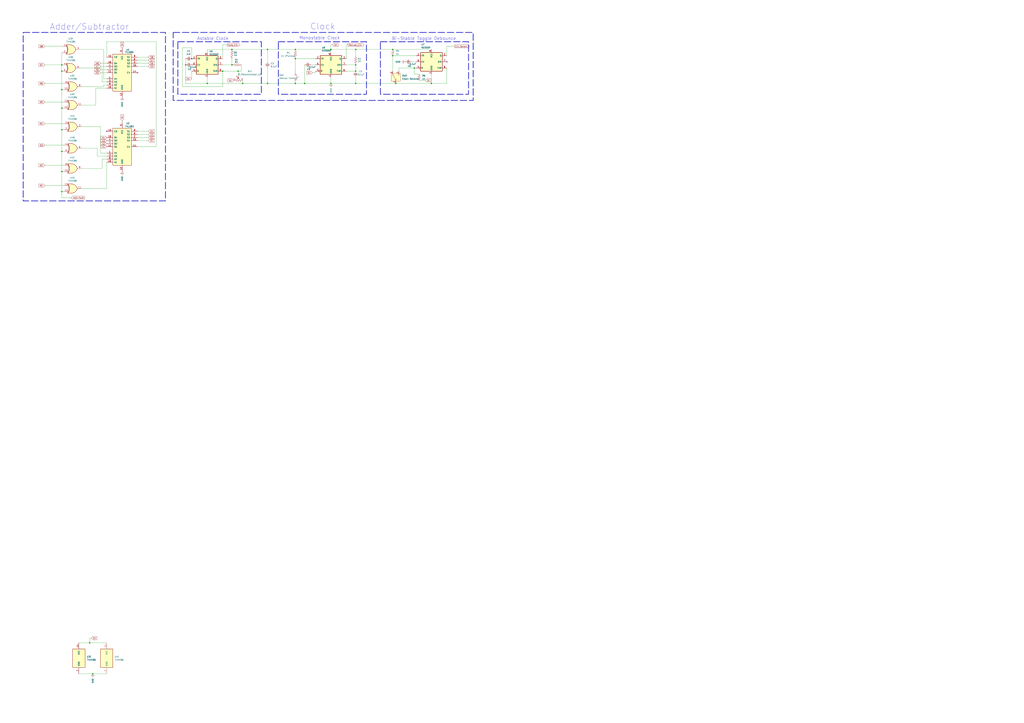
<source format=kicad_sch>
(kicad_sch
	(version 20231120)
	(generator "eeschema")
	(generator_version "8.0")
	(uuid "5528184c-f790-421e-bcb0-f5b92d647f5c")
	(paper "A1")
	(lib_symbols
		(symbol "74xx:74HC86"
			(pin_names
				(offset 1.016)
			)
			(exclude_from_sim no)
			(in_bom yes)
			(on_board yes)
			(property "Reference" "U"
				(at 0 1.27 0)
				(effects
					(font
						(size 1.27 1.27)
					)
				)
			)
			(property "Value" "74HC86"
				(at 0 -1.27 0)
				(effects
					(font
						(size 1.27 1.27)
					)
				)
			)
			(property "Footprint" ""
				(at 0 0 0)
				(effects
					(font
						(size 1.27 1.27)
					)
					(hide yes)
				)
			)
			(property "Datasheet" "http://www.ti.com/lit/gpn/sn74HC86"
				(at 0 0 0)
				(effects
					(font
						(size 1.27 1.27)
					)
					(hide yes)
				)
			)
			(property "Description" "Quad 2-input XOR"
				(at 0 0 0)
				(effects
					(font
						(size 1.27 1.27)
					)
					(hide yes)
				)
			)
			(property "ki_locked" ""
				(at 0 0 0)
				(effects
					(font
						(size 1.27 1.27)
					)
				)
			)
			(property "ki_keywords" "TTL XOR2"
				(at 0 0 0)
				(effects
					(font
						(size 1.27 1.27)
					)
					(hide yes)
				)
			)
			(property "ki_fp_filters" "DIP*W7.62mm*"
				(at 0 0 0)
				(effects
					(font
						(size 1.27 1.27)
					)
					(hide yes)
				)
			)
			(symbol "74HC86_1_0"
				(arc
					(start -4.4196 -3.81)
					(mid -3.2033 0)
					(end -4.4196 3.81)
					(stroke
						(width 0.254)
						(type default)
					)
					(fill
						(type none)
					)
				)
				(arc
					(start -3.81 -3.81)
					(mid -2.589 0)
					(end -3.81 3.81)
					(stroke
						(width 0.254)
						(type default)
					)
					(fill
						(type none)
					)
				)
				(arc
					(start -0.6096 -3.81)
					(mid 2.1842 -2.5851)
					(end 3.81 0)
					(stroke
						(width 0.254)
						(type default)
					)
					(fill
						(type background)
					)
				)
				(polyline
					(pts
						(xy -3.81 -3.81) (xy -0.635 -3.81)
					)
					(stroke
						(width 0.254)
						(type default)
					)
					(fill
						(type background)
					)
				)
				(polyline
					(pts
						(xy -3.81 3.81) (xy -0.635 3.81)
					)
					(stroke
						(width 0.254)
						(type default)
					)
					(fill
						(type background)
					)
				)
				(polyline
					(pts
						(xy -0.635 3.81) (xy -3.81 3.81) (xy -3.81 3.81) (xy -3.556 3.4036) (xy -3.0226 2.2606) (xy -2.6924 1.0414)
						(xy -2.6162 -0.254) (xy -2.7686 -1.4986) (xy -3.175 -2.7178) (xy -3.81 -3.81) (xy -3.81 -3.81)
						(xy -0.635 -3.81)
					)
					(stroke
						(width -25.4)
						(type default)
					)
					(fill
						(type background)
					)
				)
				(arc
					(start 3.81 0)
					(mid 2.1915 2.5936)
					(end -0.6096 3.81)
					(stroke
						(width 0.254)
						(type default)
					)
					(fill
						(type background)
					)
				)
				(pin input line
					(at -7.62 2.54 0)
					(length 4.445)
					(name "~"
						(effects
							(font
								(size 1.27 1.27)
							)
						)
					)
					(number "1"
						(effects
							(font
								(size 1.27 1.27)
							)
						)
					)
				)
				(pin input line
					(at -7.62 -2.54 0)
					(length 4.445)
					(name "~"
						(effects
							(font
								(size 1.27 1.27)
							)
						)
					)
					(number "2"
						(effects
							(font
								(size 1.27 1.27)
							)
						)
					)
				)
				(pin output line
					(at 7.62 0 180)
					(length 3.81)
					(name "~"
						(effects
							(font
								(size 1.27 1.27)
							)
						)
					)
					(number "3"
						(effects
							(font
								(size 1.27 1.27)
							)
						)
					)
				)
			)
			(symbol "74HC86_1_1"
				(polyline
					(pts
						(xy -3.81 -2.54) (xy -3.175 -2.54)
					)
					(stroke
						(width 0.1524)
						(type default)
					)
					(fill
						(type none)
					)
				)
				(polyline
					(pts
						(xy -3.81 2.54) (xy -3.175 2.54)
					)
					(stroke
						(width 0.1524)
						(type default)
					)
					(fill
						(type none)
					)
				)
			)
			(symbol "74HC86_2_0"
				(arc
					(start -4.4196 -3.81)
					(mid -3.2033 0)
					(end -4.4196 3.81)
					(stroke
						(width 0.254)
						(type default)
					)
					(fill
						(type none)
					)
				)
				(arc
					(start -3.81 -3.81)
					(mid -2.589 0)
					(end -3.81 3.81)
					(stroke
						(width 0.254)
						(type default)
					)
					(fill
						(type none)
					)
				)
				(arc
					(start -0.6096 -3.81)
					(mid 2.1842 -2.5851)
					(end 3.81 0)
					(stroke
						(width 0.254)
						(type default)
					)
					(fill
						(type background)
					)
				)
				(polyline
					(pts
						(xy -3.81 -3.81) (xy -0.635 -3.81)
					)
					(stroke
						(width 0.254)
						(type default)
					)
					(fill
						(type background)
					)
				)
				(polyline
					(pts
						(xy -3.81 3.81) (xy -0.635 3.81)
					)
					(stroke
						(width 0.254)
						(type default)
					)
					(fill
						(type background)
					)
				)
				(polyline
					(pts
						(xy -0.635 3.81) (xy -3.81 3.81) (xy -3.81 3.81) (xy -3.556 3.4036) (xy -3.0226 2.2606) (xy -2.6924 1.0414)
						(xy -2.6162 -0.254) (xy -2.7686 -1.4986) (xy -3.175 -2.7178) (xy -3.81 -3.81) (xy -3.81 -3.81)
						(xy -0.635 -3.81)
					)
					(stroke
						(width -25.4)
						(type default)
					)
					(fill
						(type background)
					)
				)
				(arc
					(start 3.81 0)
					(mid 2.1915 2.5936)
					(end -0.6096 3.81)
					(stroke
						(width 0.254)
						(type default)
					)
					(fill
						(type background)
					)
				)
				(pin input line
					(at -7.62 2.54 0)
					(length 4.445)
					(name "~"
						(effects
							(font
								(size 1.27 1.27)
							)
						)
					)
					(number "4"
						(effects
							(font
								(size 1.27 1.27)
							)
						)
					)
				)
				(pin input line
					(at -7.62 -2.54 0)
					(length 4.445)
					(name "~"
						(effects
							(font
								(size 1.27 1.27)
							)
						)
					)
					(number "5"
						(effects
							(font
								(size 1.27 1.27)
							)
						)
					)
				)
				(pin output line
					(at 7.62 0 180)
					(length 3.81)
					(name "~"
						(effects
							(font
								(size 1.27 1.27)
							)
						)
					)
					(number "6"
						(effects
							(font
								(size 1.27 1.27)
							)
						)
					)
				)
			)
			(symbol "74HC86_2_1"
				(polyline
					(pts
						(xy -3.81 -2.54) (xy -3.175 -2.54)
					)
					(stroke
						(width 0.1524)
						(type default)
					)
					(fill
						(type none)
					)
				)
				(polyline
					(pts
						(xy -3.81 2.54) (xy -3.175 2.54)
					)
					(stroke
						(width 0.1524)
						(type default)
					)
					(fill
						(type none)
					)
				)
			)
			(symbol "74HC86_3_0"
				(arc
					(start -4.4196 -3.81)
					(mid -3.2033 0)
					(end -4.4196 3.81)
					(stroke
						(width 0.254)
						(type default)
					)
					(fill
						(type none)
					)
				)
				(arc
					(start -3.81 -3.81)
					(mid -2.589 0)
					(end -3.81 3.81)
					(stroke
						(width 0.254)
						(type default)
					)
					(fill
						(type none)
					)
				)
				(arc
					(start -0.6096 -3.81)
					(mid 2.1842 -2.5851)
					(end 3.81 0)
					(stroke
						(width 0.254)
						(type default)
					)
					(fill
						(type background)
					)
				)
				(polyline
					(pts
						(xy -3.81 -3.81) (xy -0.635 -3.81)
					)
					(stroke
						(width 0.254)
						(type default)
					)
					(fill
						(type background)
					)
				)
				(polyline
					(pts
						(xy -3.81 3.81) (xy -0.635 3.81)
					)
					(stroke
						(width 0.254)
						(type default)
					)
					(fill
						(type background)
					)
				)
				(polyline
					(pts
						(xy -0.635 3.81) (xy -3.81 3.81) (xy -3.81 3.81) (xy -3.556 3.4036) (xy -3.0226 2.2606) (xy -2.6924 1.0414)
						(xy -2.6162 -0.254) (xy -2.7686 -1.4986) (xy -3.175 -2.7178) (xy -3.81 -3.81) (xy -3.81 -3.81)
						(xy -0.635 -3.81)
					)
					(stroke
						(width -25.4)
						(type default)
					)
					(fill
						(type background)
					)
				)
				(arc
					(start 3.81 0)
					(mid 2.1915 2.5936)
					(end -0.6096 3.81)
					(stroke
						(width 0.254)
						(type default)
					)
					(fill
						(type background)
					)
				)
				(pin input line
					(at -7.62 -2.54 0)
					(length 4.445)
					(name "~"
						(effects
							(font
								(size 1.27 1.27)
							)
						)
					)
					(number "10"
						(effects
							(font
								(size 1.27 1.27)
							)
						)
					)
				)
				(pin output line
					(at 7.62 0 180)
					(length 3.81)
					(name "~"
						(effects
							(font
								(size 1.27 1.27)
							)
						)
					)
					(number "8"
						(effects
							(font
								(size 1.27 1.27)
							)
						)
					)
				)
				(pin input line
					(at -7.62 2.54 0)
					(length 4.445)
					(name "~"
						(effects
							(font
								(size 1.27 1.27)
							)
						)
					)
					(number "9"
						(effects
							(font
								(size 1.27 1.27)
							)
						)
					)
				)
			)
			(symbol "74HC86_3_1"
				(polyline
					(pts
						(xy -3.81 -2.54) (xy -3.175 -2.54)
					)
					(stroke
						(width 0.1524)
						(type default)
					)
					(fill
						(type none)
					)
				)
				(polyline
					(pts
						(xy -3.81 2.54) (xy -3.175 2.54)
					)
					(stroke
						(width 0.1524)
						(type default)
					)
					(fill
						(type none)
					)
				)
			)
			(symbol "74HC86_4_0"
				(arc
					(start -4.4196 -3.81)
					(mid -3.2033 0)
					(end -4.4196 3.81)
					(stroke
						(width 0.254)
						(type default)
					)
					(fill
						(type none)
					)
				)
				(arc
					(start -3.81 -3.81)
					(mid -2.589 0)
					(end -3.81 3.81)
					(stroke
						(width 0.254)
						(type default)
					)
					(fill
						(type none)
					)
				)
				(arc
					(start -0.6096 -3.81)
					(mid 2.1842 -2.5851)
					(end 3.81 0)
					(stroke
						(width 0.254)
						(type default)
					)
					(fill
						(type background)
					)
				)
				(polyline
					(pts
						(xy -3.81 -3.81) (xy -0.635 -3.81)
					)
					(stroke
						(width 0.254)
						(type default)
					)
					(fill
						(type background)
					)
				)
				(polyline
					(pts
						(xy -3.81 3.81) (xy -0.635 3.81)
					)
					(stroke
						(width 0.254)
						(type default)
					)
					(fill
						(type background)
					)
				)
				(polyline
					(pts
						(xy -0.635 3.81) (xy -3.81 3.81) (xy -3.81 3.81) (xy -3.556 3.4036) (xy -3.0226 2.2606) (xy -2.6924 1.0414)
						(xy -2.6162 -0.254) (xy -2.7686 -1.4986) (xy -3.175 -2.7178) (xy -3.81 -3.81) (xy -3.81 -3.81)
						(xy -0.635 -3.81)
					)
					(stroke
						(width -25.4)
						(type default)
					)
					(fill
						(type background)
					)
				)
				(arc
					(start 3.81 0)
					(mid 2.1915 2.5936)
					(end -0.6096 3.81)
					(stroke
						(width 0.254)
						(type default)
					)
					(fill
						(type background)
					)
				)
				(pin output line
					(at 7.62 0 180)
					(length 3.81)
					(name "~"
						(effects
							(font
								(size 1.27 1.27)
							)
						)
					)
					(number "11"
						(effects
							(font
								(size 1.27 1.27)
							)
						)
					)
				)
				(pin input line
					(at -7.62 2.54 0)
					(length 4.445)
					(name "~"
						(effects
							(font
								(size 1.27 1.27)
							)
						)
					)
					(number "12"
						(effects
							(font
								(size 1.27 1.27)
							)
						)
					)
				)
				(pin input line
					(at -7.62 -2.54 0)
					(length 4.445)
					(name "~"
						(effects
							(font
								(size 1.27 1.27)
							)
						)
					)
					(number "13"
						(effects
							(font
								(size 1.27 1.27)
							)
						)
					)
				)
			)
			(symbol "74HC86_4_1"
				(polyline
					(pts
						(xy -3.81 -2.54) (xy -3.175 -2.54)
					)
					(stroke
						(width 0.1524)
						(type default)
					)
					(fill
						(type none)
					)
				)
				(polyline
					(pts
						(xy -3.81 2.54) (xy -3.175 2.54)
					)
					(stroke
						(width 0.1524)
						(type default)
					)
					(fill
						(type none)
					)
				)
			)
			(symbol "74HC86_5_0"
				(pin power_in line
					(at 0 12.7 270)
					(length 5.08)
					(name "VCC"
						(effects
							(font
								(size 1.27 1.27)
							)
						)
					)
					(number "14"
						(effects
							(font
								(size 1.27 1.27)
							)
						)
					)
				)
				(pin power_in line
					(at 0 -12.7 90)
					(length 5.08)
					(name "GND"
						(effects
							(font
								(size 1.27 1.27)
							)
						)
					)
					(number "7"
						(effects
							(font
								(size 1.27 1.27)
							)
						)
					)
				)
			)
			(symbol "74HC86_5_1"
				(rectangle
					(start -5.08 7.62)
					(end 5.08 -7.62)
					(stroke
						(width 0.254)
						(type default)
					)
					(fill
						(type background)
					)
				)
			)
		)
		(symbol "74xx:74LS83"
			(pin_names
				(offset 1.016)
			)
			(exclude_from_sim no)
			(in_bom yes)
			(on_board yes)
			(property "Reference" "U"
				(at -7.62 16.51 0)
				(effects
					(font
						(size 1.27 1.27)
					)
				)
			)
			(property "Value" "74LS83"
				(at -7.62 -16.51 0)
				(effects
					(font
						(size 1.27 1.27)
					)
				)
			)
			(property "Footprint" ""
				(at 0 0 0)
				(effects
					(font
						(size 1.27 1.27)
					)
					(hide yes)
				)
			)
			(property "Datasheet" "http://www.ti.com/lit/gpn/sn74LS83"
				(at 0 0 0)
				(effects
					(font
						(size 1.27 1.27)
					)
					(hide yes)
				)
			)
			(property "Description" "4-bit Full Adder"
				(at 0 0 0)
				(effects
					(font
						(size 1.27 1.27)
					)
					(hide yes)
				)
			)
			(property "ki_locked" ""
				(at 0 0 0)
				(effects
					(font
						(size 1.27 1.27)
					)
				)
			)
			(property "ki_keywords" "TTL ADD ARITH ALU"
				(at 0 0 0)
				(effects
					(font
						(size 1.27 1.27)
					)
					(hide yes)
				)
			)
			(property "ki_fp_filters" "DIP?16*"
				(at 0 0 0)
				(effects
					(font
						(size 1.27 1.27)
					)
					(hide yes)
				)
			)
			(symbol "74LS83_1_0"
				(pin input line
					(at -12.7 -5.08 0)
					(length 5.08)
					(name "A4"
						(effects
							(font
								(size 1.27 1.27)
							)
						)
					)
					(number "1"
						(effects
							(font
								(size 1.27 1.27)
							)
						)
					)
				)
				(pin input line
					(at -12.7 -12.7 0)
					(length 5.08)
					(name "A1"
						(effects
							(font
								(size 1.27 1.27)
							)
						)
					)
					(number "10"
						(effects
							(font
								(size 1.27 1.27)
							)
						)
					)
				)
				(pin input line
					(at -12.7 0 0)
					(length 5.08)
					(name "B1"
						(effects
							(font
								(size 1.27 1.27)
							)
						)
					)
					(number "11"
						(effects
							(font
								(size 1.27 1.27)
							)
						)
					)
				)
				(pin power_in line
					(at 0 -20.32 90)
					(length 5.08)
					(name "GND"
						(effects
							(font
								(size 1.27 1.27)
							)
						)
					)
					(number "12"
						(effects
							(font
								(size 1.27 1.27)
							)
						)
					)
				)
				(pin input line
					(at -12.7 12.7 0)
					(length 5.08)
					(name "C0"
						(effects
							(font
								(size 1.27 1.27)
							)
						)
					)
					(number "13"
						(effects
							(font
								(size 1.27 1.27)
							)
						)
					)
				)
				(pin output line
					(at 12.7 0 180)
					(length 5.08)
					(name "C4"
						(effects
							(font
								(size 1.27 1.27)
							)
						)
					)
					(number "14"
						(effects
							(font
								(size 1.27 1.27)
							)
						)
					)
				)
				(pin output line
					(at 12.7 5.08 180)
					(length 5.08)
					(name "S4"
						(effects
							(font
								(size 1.27 1.27)
							)
						)
					)
					(number "15"
						(effects
							(font
								(size 1.27 1.27)
							)
						)
					)
				)
				(pin input line
					(at -12.7 7.62 0)
					(length 5.08)
					(name "B4"
						(effects
							(font
								(size 1.27 1.27)
							)
						)
					)
					(number "16"
						(effects
							(font
								(size 1.27 1.27)
							)
						)
					)
				)
				(pin output line
					(at 12.7 7.62 180)
					(length 5.08)
					(name "S3"
						(effects
							(font
								(size 1.27 1.27)
							)
						)
					)
					(number "2"
						(effects
							(font
								(size 1.27 1.27)
							)
						)
					)
				)
				(pin input line
					(at -12.7 -7.62 0)
					(length 5.08)
					(name "A3"
						(effects
							(font
								(size 1.27 1.27)
							)
						)
					)
					(number "3"
						(effects
							(font
								(size 1.27 1.27)
							)
						)
					)
				)
				(pin input line
					(at -12.7 5.08 0)
					(length 5.08)
					(name "B3"
						(effects
							(font
								(size 1.27 1.27)
							)
						)
					)
					(number "4"
						(effects
							(font
								(size 1.27 1.27)
							)
						)
					)
				)
				(pin power_in line
					(at 0 20.32 270)
					(length 5.08)
					(name "VCC"
						(effects
							(font
								(size 1.27 1.27)
							)
						)
					)
					(number "5"
						(effects
							(font
								(size 1.27 1.27)
							)
						)
					)
				)
				(pin output line
					(at 12.7 10.16 180)
					(length 5.08)
					(name "S2"
						(effects
							(font
								(size 1.27 1.27)
							)
						)
					)
					(number "6"
						(effects
							(font
								(size 1.27 1.27)
							)
						)
					)
				)
				(pin input line
					(at -12.7 2.54 0)
					(length 5.08)
					(name "B2"
						(effects
							(font
								(size 1.27 1.27)
							)
						)
					)
					(number "7"
						(effects
							(font
								(size 1.27 1.27)
							)
						)
					)
				)
				(pin input line
					(at -12.7 -10.16 0)
					(length 5.08)
					(name "A2"
						(effects
							(font
								(size 1.27 1.27)
							)
						)
					)
					(number "8"
						(effects
							(font
								(size 1.27 1.27)
							)
						)
					)
				)
				(pin output line
					(at 12.7 12.7 180)
					(length 5.08)
					(name "S1"
						(effects
							(font
								(size 1.27 1.27)
							)
						)
					)
					(number "9"
						(effects
							(font
								(size 1.27 1.27)
							)
						)
					)
				)
			)
			(symbol "74LS83_1_1"
				(rectangle
					(start -7.62 15.24)
					(end 7.62 -15.24)
					(stroke
						(width 0.254)
						(type default)
					)
					(fill
						(type background)
					)
				)
			)
		)
		(symbol "Device:C_Small"
			(pin_numbers hide)
			(pin_names
				(offset 0.254) hide)
			(exclude_from_sim no)
			(in_bom yes)
			(on_board yes)
			(property "Reference" "C"
				(at 0.254 1.778 0)
				(effects
					(font
						(size 1.27 1.27)
					)
					(justify left)
				)
			)
			(property "Value" "C_Small"
				(at 0.254 -2.032 0)
				(effects
					(font
						(size 1.27 1.27)
					)
					(justify left)
				)
			)
			(property "Footprint" ""
				(at 0 0 0)
				(effects
					(font
						(size 1.27 1.27)
					)
					(hide yes)
				)
			)
			(property "Datasheet" "~"
				(at 0 0 0)
				(effects
					(font
						(size 1.27 1.27)
					)
					(hide yes)
				)
			)
			(property "Description" "Unpolarized capacitor, small symbol"
				(at 0 0 0)
				(effects
					(font
						(size 1.27 1.27)
					)
					(hide yes)
				)
			)
			(property "ki_keywords" "capacitor cap"
				(at 0 0 0)
				(effects
					(font
						(size 1.27 1.27)
					)
					(hide yes)
				)
			)
			(property "ki_fp_filters" "C_*"
				(at 0 0 0)
				(effects
					(font
						(size 1.27 1.27)
					)
					(hide yes)
				)
			)
			(symbol "C_Small_0_1"
				(polyline
					(pts
						(xy -1.524 -0.508) (xy 1.524 -0.508)
					)
					(stroke
						(width 0.3302)
						(type default)
					)
					(fill
						(type none)
					)
				)
				(polyline
					(pts
						(xy -1.524 0.508) (xy 1.524 0.508)
					)
					(stroke
						(width 0.3048)
						(type default)
					)
					(fill
						(type none)
					)
				)
			)
			(symbol "C_Small_1_1"
				(pin passive line
					(at 0 2.54 270)
					(length 2.032)
					(name "~"
						(effects
							(font
								(size 1.27 1.27)
							)
						)
					)
					(number "1"
						(effects
							(font
								(size 1.27 1.27)
							)
						)
					)
				)
				(pin passive line
					(at 0 -2.54 90)
					(length 2.032)
					(name "~"
						(effects
							(font
								(size 1.27 1.27)
							)
						)
					)
					(number "2"
						(effects
							(font
								(size 1.27 1.27)
							)
						)
					)
				)
			)
		)
		(symbol "Device:R_Potentiometer_US"
			(pin_names
				(offset 1.016) hide)
			(exclude_from_sim no)
			(in_bom yes)
			(on_board yes)
			(property "Reference" "RV"
				(at -4.445 0 90)
				(effects
					(font
						(size 1.27 1.27)
					)
				)
			)
			(property "Value" "R_Potentiometer_US"
				(at -2.54 0 90)
				(effects
					(font
						(size 1.27 1.27)
					)
				)
			)
			(property "Footprint" ""
				(at 0 0 0)
				(effects
					(font
						(size 1.27 1.27)
					)
					(hide yes)
				)
			)
			(property "Datasheet" "~"
				(at 0 0 0)
				(effects
					(font
						(size 1.27 1.27)
					)
					(hide yes)
				)
			)
			(property "Description" "Potentiometer, US symbol"
				(at 0 0 0)
				(effects
					(font
						(size 1.27 1.27)
					)
					(hide yes)
				)
			)
			(property "ki_keywords" "resistor variable"
				(at 0 0 0)
				(effects
					(font
						(size 1.27 1.27)
					)
					(hide yes)
				)
			)
			(property "ki_fp_filters" "Potentiometer*"
				(at 0 0 0)
				(effects
					(font
						(size 1.27 1.27)
					)
					(hide yes)
				)
			)
			(symbol "R_Potentiometer_US_0_1"
				(polyline
					(pts
						(xy 0 -2.286) (xy 0 -2.54)
					)
					(stroke
						(width 0)
						(type default)
					)
					(fill
						(type none)
					)
				)
				(polyline
					(pts
						(xy 0 2.54) (xy 0 2.286)
					)
					(stroke
						(width 0)
						(type default)
					)
					(fill
						(type none)
					)
				)
				(polyline
					(pts
						(xy 2.54 0) (xy 1.524 0)
					)
					(stroke
						(width 0)
						(type default)
					)
					(fill
						(type none)
					)
				)
				(polyline
					(pts
						(xy 1.143 0) (xy 2.286 0.508) (xy 2.286 -0.508) (xy 1.143 0)
					)
					(stroke
						(width 0)
						(type default)
					)
					(fill
						(type outline)
					)
				)
				(polyline
					(pts
						(xy 0 -0.762) (xy 1.016 -1.143) (xy 0 -1.524) (xy -1.016 -1.905) (xy 0 -2.286)
					)
					(stroke
						(width 0)
						(type default)
					)
					(fill
						(type none)
					)
				)
				(polyline
					(pts
						(xy 0 0.762) (xy 1.016 0.381) (xy 0 0) (xy -1.016 -0.381) (xy 0 -0.762)
					)
					(stroke
						(width 0)
						(type default)
					)
					(fill
						(type none)
					)
				)
				(polyline
					(pts
						(xy 0 2.286) (xy 1.016 1.905) (xy 0 1.524) (xy -1.016 1.143) (xy 0 0.762)
					)
					(stroke
						(width 0)
						(type default)
					)
					(fill
						(type none)
					)
				)
			)
			(symbol "R_Potentiometer_US_1_1"
				(pin passive line
					(at 0 3.81 270)
					(length 1.27)
					(name "1"
						(effects
							(font
								(size 1.27 1.27)
							)
						)
					)
					(number "1"
						(effects
							(font
								(size 1.27 1.27)
							)
						)
					)
				)
				(pin passive line
					(at 3.81 0 180)
					(length 1.27)
					(name "2"
						(effects
							(font
								(size 1.27 1.27)
							)
						)
					)
					(number "2"
						(effects
							(font
								(size 1.27 1.27)
							)
						)
					)
				)
				(pin passive line
					(at 0 -3.81 90)
					(length 1.27)
					(name "3"
						(effects
							(font
								(size 1.27 1.27)
							)
						)
					)
					(number "3"
						(effects
							(font
								(size 1.27 1.27)
							)
						)
					)
				)
			)
		)
		(symbol "Device:R_Small_US"
			(pin_numbers hide)
			(pin_names
				(offset 0.254) hide)
			(exclude_from_sim no)
			(in_bom yes)
			(on_board yes)
			(property "Reference" "R"
				(at 0.762 0.508 0)
				(effects
					(font
						(size 1.27 1.27)
					)
					(justify left)
				)
			)
			(property "Value" "R_Small_US"
				(at 0.762 -1.016 0)
				(effects
					(font
						(size 1.27 1.27)
					)
					(justify left)
				)
			)
			(property "Footprint" ""
				(at 0 0 0)
				(effects
					(font
						(size 1.27 1.27)
					)
					(hide yes)
				)
			)
			(property "Datasheet" "~"
				(at 0 0 0)
				(effects
					(font
						(size 1.27 1.27)
					)
					(hide yes)
				)
			)
			(property "Description" "Resistor, small US symbol"
				(at 0 0 0)
				(effects
					(font
						(size 1.27 1.27)
					)
					(hide yes)
				)
			)
			(property "ki_keywords" "r resistor"
				(at 0 0 0)
				(effects
					(font
						(size 1.27 1.27)
					)
					(hide yes)
				)
			)
			(property "ki_fp_filters" "R_*"
				(at 0 0 0)
				(effects
					(font
						(size 1.27 1.27)
					)
					(hide yes)
				)
			)
			(symbol "R_Small_US_1_1"
				(polyline
					(pts
						(xy 0 0) (xy 1.016 -0.381) (xy 0 -0.762) (xy -1.016 -1.143) (xy 0 -1.524)
					)
					(stroke
						(width 0)
						(type default)
					)
					(fill
						(type none)
					)
				)
				(polyline
					(pts
						(xy 0 1.524) (xy 1.016 1.143) (xy 0 0.762) (xy -1.016 0.381) (xy 0 0)
					)
					(stroke
						(width 0)
						(type default)
					)
					(fill
						(type none)
					)
				)
				(pin passive line
					(at 0 2.54 270)
					(length 1.016)
					(name "~"
						(effects
							(font
								(size 1.27 1.27)
							)
						)
					)
					(number "1"
						(effects
							(font
								(size 1.27 1.27)
							)
						)
					)
				)
				(pin passive line
					(at 0 -2.54 90)
					(length 1.016)
					(name "~"
						(effects
							(font
								(size 1.27 1.27)
							)
						)
					)
					(number "2"
						(effects
							(font
								(size 1.27 1.27)
							)
						)
					)
				)
			)
		)
		(symbol "Device:R_US"
			(pin_numbers hide)
			(pin_names
				(offset 0)
			)
			(exclude_from_sim no)
			(in_bom yes)
			(on_board yes)
			(property "Reference" "R"
				(at 2.54 0 90)
				(effects
					(font
						(size 1.27 1.27)
					)
				)
			)
			(property "Value" "R_US"
				(at -2.54 0 90)
				(effects
					(font
						(size 1.27 1.27)
					)
				)
			)
			(property "Footprint" ""
				(at 1.016 -0.254 90)
				(effects
					(font
						(size 1.27 1.27)
					)
					(hide yes)
				)
			)
			(property "Datasheet" "~"
				(at 0 0 0)
				(effects
					(font
						(size 1.27 1.27)
					)
					(hide yes)
				)
			)
			(property "Description" "Resistor, US symbol"
				(at 0 0 0)
				(effects
					(font
						(size 1.27 1.27)
					)
					(hide yes)
				)
			)
			(property "ki_keywords" "R res resistor"
				(at 0 0 0)
				(effects
					(font
						(size 1.27 1.27)
					)
					(hide yes)
				)
			)
			(property "ki_fp_filters" "R_*"
				(at 0 0 0)
				(effects
					(font
						(size 1.27 1.27)
					)
					(hide yes)
				)
			)
			(symbol "R_US_0_1"
				(polyline
					(pts
						(xy 0 -2.286) (xy 0 -2.54)
					)
					(stroke
						(width 0)
						(type default)
					)
					(fill
						(type none)
					)
				)
				(polyline
					(pts
						(xy 0 2.286) (xy 0 2.54)
					)
					(stroke
						(width 0)
						(type default)
					)
					(fill
						(type none)
					)
				)
				(polyline
					(pts
						(xy 0 -0.762) (xy 1.016 -1.143) (xy 0 -1.524) (xy -1.016 -1.905) (xy 0 -2.286)
					)
					(stroke
						(width 0)
						(type default)
					)
					(fill
						(type none)
					)
				)
				(polyline
					(pts
						(xy 0 0.762) (xy 1.016 0.381) (xy 0 0) (xy -1.016 -0.381) (xy 0 -0.762)
					)
					(stroke
						(width 0)
						(type default)
					)
					(fill
						(type none)
					)
				)
				(polyline
					(pts
						(xy 0 2.286) (xy 1.016 1.905) (xy 0 1.524) (xy -1.016 1.143) (xy 0 0.762)
					)
					(stroke
						(width 0)
						(type default)
					)
					(fill
						(type none)
					)
				)
			)
			(symbol "R_US_1_1"
				(pin passive line
					(at 0 3.81 270)
					(length 1.27)
					(name "~"
						(effects
							(font
								(size 1.27 1.27)
							)
						)
					)
					(number "1"
						(effects
							(font
								(size 1.27 1.27)
							)
						)
					)
				)
				(pin passive line
					(at 0 -3.81 90)
					(length 1.27)
					(name "~"
						(effects
							(font
								(size 1.27 1.27)
							)
						)
					)
					(number "2"
						(effects
							(font
								(size 1.27 1.27)
							)
						)
					)
				)
			)
		)
		(symbol "Switch:SW_Push"
			(pin_numbers hide)
			(pin_names
				(offset 1.016) hide)
			(exclude_from_sim no)
			(in_bom yes)
			(on_board yes)
			(property "Reference" "SW"
				(at 1.27 2.54 0)
				(effects
					(font
						(size 1.27 1.27)
					)
					(justify left)
				)
			)
			(property "Value" "SW_Push"
				(at 0 -1.524 0)
				(effects
					(font
						(size 1.27 1.27)
					)
				)
			)
			(property "Footprint" ""
				(at 0 5.08 0)
				(effects
					(font
						(size 1.27 1.27)
					)
					(hide yes)
				)
			)
			(property "Datasheet" "~"
				(at 0 5.08 0)
				(effects
					(font
						(size 1.27 1.27)
					)
					(hide yes)
				)
			)
			(property "Description" "Push button switch, generic, two pins"
				(at 0 0 0)
				(effects
					(font
						(size 1.27 1.27)
					)
					(hide yes)
				)
			)
			(property "ki_keywords" "switch normally-open pushbutton push-button"
				(at 0 0 0)
				(effects
					(font
						(size 1.27 1.27)
					)
					(hide yes)
				)
			)
			(symbol "SW_Push_0_1"
				(circle
					(center -2.032 0)
					(radius 0.508)
					(stroke
						(width 0)
						(type default)
					)
					(fill
						(type none)
					)
				)
				(polyline
					(pts
						(xy 0 1.27) (xy 0 3.048)
					)
					(stroke
						(width 0)
						(type default)
					)
					(fill
						(type none)
					)
				)
				(polyline
					(pts
						(xy 2.54 1.27) (xy -2.54 1.27)
					)
					(stroke
						(width 0)
						(type default)
					)
					(fill
						(type none)
					)
				)
				(circle
					(center 2.032 0)
					(radius 0.508)
					(stroke
						(width 0)
						(type default)
					)
					(fill
						(type none)
					)
				)
				(pin passive line
					(at -5.08 0 0)
					(length 2.54)
					(name "1"
						(effects
							(font
								(size 1.27 1.27)
							)
						)
					)
					(number "1"
						(effects
							(font
								(size 1.27 1.27)
							)
						)
					)
				)
				(pin passive line
					(at 5.08 0 180)
					(length 2.54)
					(name "2"
						(effects
							(font
								(size 1.27 1.27)
							)
						)
					)
					(number "2"
						(effects
							(font
								(size 1.27 1.27)
							)
						)
					)
				)
			)
		)
		(symbol "Switch:SW_Wuerth_450301014042"
			(pin_names
				(offset 1) hide)
			(exclude_from_sim no)
			(in_bom yes)
			(on_board yes)
			(property "Reference" "SW"
				(at 0 5.08 0)
				(effects
					(font
						(size 1.27 1.27)
					)
				)
			)
			(property "Value" "SW_Wuerth_450301014042"
				(at 0 -5.08 0)
				(effects
					(font
						(size 1.27 1.27)
					)
				)
			)
			(property "Footprint" "Button_Switch_THT:SW_Slide-03_Wuerth-WS-SLTV_10x2.5x6.4_P2.54mm"
				(at 0 -10.16 0)
				(effects
					(font
						(size 1.27 1.27)
					)
					(hide yes)
				)
			)
			(property "Datasheet" "https://www.we-online.com/components/products/datasheet/450301014042.pdf"
				(at 0 -7.62 0)
				(effects
					(font
						(size 1.27 1.27)
					)
					(hide yes)
				)
			)
			(property "Description" "Switch slide, single pole double throw"
				(at 0 0 0)
				(effects
					(font
						(size 1.27 1.27)
					)
					(hide yes)
				)
			)
			(property "ki_keywords" "changeover single-pole double-throw spdt ON-ON"
				(at 0 0 0)
				(effects
					(font
						(size 1.27 1.27)
					)
					(hide yes)
				)
			)
			(property "ki_fp_filters" "SW*Wuerth*WS*SLTV*10x2.5x6.4*P2.54mm*"
				(at 0 0 0)
				(effects
					(font
						(size 1.27 1.27)
					)
					(hide yes)
				)
			)
			(symbol "SW_Wuerth_450301014042_0_1"
				(circle
					(center -2.032 0)
					(radius 0.4572)
					(stroke
						(width 0)
						(type default)
					)
					(fill
						(type none)
					)
				)
				(polyline
					(pts
						(xy -1.651 0.254) (xy 1.651 2.286)
					)
					(stroke
						(width 0)
						(type default)
					)
					(fill
						(type none)
					)
				)
				(circle
					(center 2.032 -2.54)
					(radius 0.4572)
					(stroke
						(width 0)
						(type default)
					)
					(fill
						(type none)
					)
				)
				(circle
					(center 2.032 2.54)
					(radius 0.4572)
					(stroke
						(width 0)
						(type default)
					)
					(fill
						(type none)
					)
				)
			)
			(symbol "SW_Wuerth_450301014042_1_1"
				(rectangle
					(start -3.175 3.81)
					(end 3.175 -3.81)
					(stroke
						(width 0)
						(type default)
					)
					(fill
						(type background)
					)
				)
				(pin passive line
					(at -5.08 0 0)
					(length 2.54)
					(name "B"
						(effects
							(font
								(size 1.27 1.27)
							)
						)
					)
					(number "1"
						(effects
							(font
								(size 1.27 1.27)
							)
						)
					)
				)
				(pin passive line
					(at 5.08 -2.54 180)
					(length 2.54)
					(name "C"
						(effects
							(font
								(size 1.27 1.27)
							)
						)
					)
					(number "2"
						(effects
							(font
								(size 1.27 1.27)
							)
						)
					)
				)
				(pin passive line
					(at 5.08 2.54 180)
					(length 2.54)
					(name "A"
						(effects
							(font
								(size 1.27 1.27)
							)
						)
					)
					(number "3"
						(effects
							(font
								(size 1.27 1.27)
							)
						)
					)
				)
			)
		)
		(symbol "Timer:NE555P"
			(exclude_from_sim no)
			(in_bom yes)
			(on_board yes)
			(property "Reference" "U"
				(at -10.16 8.89 0)
				(effects
					(font
						(size 1.27 1.27)
					)
					(justify left)
				)
			)
			(property "Value" "NE555P"
				(at 2.54 8.89 0)
				(effects
					(font
						(size 1.27 1.27)
					)
					(justify left)
				)
			)
			(property "Footprint" "Package_DIP:DIP-8_W7.62mm"
				(at 16.51 -10.16 0)
				(effects
					(font
						(size 1.27 1.27)
					)
					(hide yes)
				)
			)
			(property "Datasheet" "http://www.ti.com/lit/ds/symlink/ne555.pdf"
				(at 21.59 -10.16 0)
				(effects
					(font
						(size 1.27 1.27)
					)
					(hide yes)
				)
			)
			(property "Description" "Precision Timers, 555 compatible,  PDIP-8"
				(at 0 0 0)
				(effects
					(font
						(size 1.27 1.27)
					)
					(hide yes)
				)
			)
			(property "ki_keywords" "single timer 555"
				(at 0 0 0)
				(effects
					(font
						(size 1.27 1.27)
					)
					(hide yes)
				)
			)
			(property "ki_fp_filters" "DIP*W7.62mm*"
				(at 0 0 0)
				(effects
					(font
						(size 1.27 1.27)
					)
					(hide yes)
				)
			)
			(symbol "NE555P_0_0"
				(pin power_in line
					(at 0 -10.16 90)
					(length 2.54)
					(name "GND"
						(effects
							(font
								(size 1.27 1.27)
							)
						)
					)
					(number "1"
						(effects
							(font
								(size 1.27 1.27)
							)
						)
					)
				)
				(pin power_in line
					(at 0 10.16 270)
					(length 2.54)
					(name "VCC"
						(effects
							(font
								(size 1.27 1.27)
							)
						)
					)
					(number "8"
						(effects
							(font
								(size 1.27 1.27)
							)
						)
					)
				)
			)
			(symbol "NE555P_0_1"
				(rectangle
					(start -8.89 -7.62)
					(end 8.89 7.62)
					(stroke
						(width 0.254)
						(type default)
					)
					(fill
						(type background)
					)
				)
				(rectangle
					(start -8.89 -7.62)
					(end 8.89 7.62)
					(stroke
						(width 0.254)
						(type default)
					)
					(fill
						(type background)
					)
				)
			)
			(symbol "NE555P_1_1"
				(pin input line
					(at -12.7 5.08 0)
					(length 3.81)
					(name "TR"
						(effects
							(font
								(size 1.27 1.27)
							)
						)
					)
					(number "2"
						(effects
							(font
								(size 1.27 1.27)
							)
						)
					)
				)
				(pin output line
					(at 12.7 5.08 180)
					(length 3.81)
					(name "Q"
						(effects
							(font
								(size 1.27 1.27)
							)
						)
					)
					(number "3"
						(effects
							(font
								(size 1.27 1.27)
							)
						)
					)
				)
				(pin input inverted
					(at -12.7 -5.08 0)
					(length 3.81)
					(name "R"
						(effects
							(font
								(size 1.27 1.27)
							)
						)
					)
					(number "4"
						(effects
							(font
								(size 1.27 1.27)
							)
						)
					)
				)
				(pin input line
					(at -12.7 0 0)
					(length 3.81)
					(name "CV"
						(effects
							(font
								(size 1.27 1.27)
							)
						)
					)
					(number "5"
						(effects
							(font
								(size 1.27 1.27)
							)
						)
					)
				)
				(pin input line
					(at 12.7 -5.08 180)
					(length 3.81)
					(name "THR"
						(effects
							(font
								(size 1.27 1.27)
							)
						)
					)
					(number "6"
						(effects
							(font
								(size 1.27 1.27)
							)
						)
					)
				)
				(pin input line
					(at 12.7 0 180)
					(length 3.81)
					(name "DIS"
						(effects
							(font
								(size 1.27 1.27)
							)
						)
					)
					(number "7"
						(effects
							(font
								(size 1.27 1.27)
							)
						)
					)
				)
			)
		)
		(symbol "power:GND"
			(power)
			(pin_numbers hide)
			(pin_names
				(offset 0) hide)
			(exclude_from_sim no)
			(in_bom yes)
			(on_board yes)
			(property "Reference" "#PWR"
				(at 0 -6.35 0)
				(effects
					(font
						(size 1.27 1.27)
					)
					(hide yes)
				)
			)
			(property "Value" "GND"
				(at 0 -3.81 0)
				(effects
					(font
						(size 1.27 1.27)
					)
				)
			)
			(property "Footprint" ""
				(at 0 0 0)
				(effects
					(font
						(size 1.27 1.27)
					)
					(hide yes)
				)
			)
			(property "Datasheet" ""
				(at 0 0 0)
				(effects
					(font
						(size 1.27 1.27)
					)
					(hide yes)
				)
			)
			(property "Description" "Power symbol creates a global label with name \"GND\" , ground"
				(at 0 0 0)
				(effects
					(font
						(size 1.27 1.27)
					)
					(hide yes)
				)
			)
			(property "ki_keywords" "global power"
				(at 0 0 0)
				(effects
					(font
						(size 1.27 1.27)
					)
					(hide yes)
				)
			)
			(symbol "GND_0_1"
				(polyline
					(pts
						(xy 0 0) (xy 0 -1.27) (xy 1.27 -1.27) (xy 0 -2.54) (xy -1.27 -1.27) (xy 0 -1.27)
					)
					(stroke
						(width 0)
						(type default)
					)
					(fill
						(type none)
					)
				)
			)
			(symbol "GND_1_1"
				(pin power_in line
					(at 0 0 270)
					(length 0)
					(name "~"
						(effects
							(font
								(size 1.27 1.27)
							)
						)
					)
					(number "1"
						(effects
							(font
								(size 1.27 1.27)
							)
						)
					)
				)
			)
		)
	)
	(junction
		(at 50.8 124.46)
		(diameter 0)
		(color 0 0 0 0)
		(uuid "05eb755f-e1f9-455b-8973-88037f77744d")
	)
	(junction
		(at 157.48 48.26)
		(diameter 0)
		(color 0 0 0 0)
		(uuid "0c0bf61f-519e-420e-b558-36a648564cc3")
	)
	(junction
		(at 292.1 53.34)
		(diameter 0)
		(color 0 0 0 0)
		(uuid "0c49ee4c-f534-4963-afb5-645c7a162eee")
	)
	(junction
		(at 292.1 58.42)
		(diameter 0)
		(color 0 0 0 0)
		(uuid "10953003-7328-4372-86e9-1451eb526753")
	)
	(junction
		(at 322.58 45.72)
		(diameter 0)
		(color 0 0 0 0)
		(uuid "127f624f-9159-4161-bc45-85c9a86c2e0f")
	)
	(junction
		(at 182.88 58.42)
		(diameter 0)
		(color 0 0 0 0)
		(uuid "14182703-de2d-4b25-b8b0-914b5f501184")
	)
	(junction
		(at 190.5 40.64)
		(diameter 0)
		(color 0 0 0 0)
		(uuid "1c0f3a52-7aee-4a0e-a018-384b1a16eb46")
	)
	(junction
		(at 219.71 40.64)
		(diameter 0)
		(color 0 0 0 0)
		(uuid "1f52a639-65ec-4af8-a8c8-b8eb84a08342")
	)
	(junction
		(at 50.8 53.34)
		(diameter 0)
		(color 0 0 0 0)
		(uuid "2f57205e-6f0d-47d0-9584-e1b2ba456693")
	)
	(junction
		(at 50.8 88.9)
		(diameter 0)
		(color 0 0 0 0)
		(uuid "3e1ea09f-2b0d-4d48-8460-08f2bf18ec34")
	)
	(junction
		(at 50.8 157.48)
		(diameter 0)
		(color 0 0 0 0)
		(uuid "41f75ae4-805f-452f-8471-07529005e9a3")
	)
	(junction
		(at 50.8 73.66)
		(diameter 0)
		(color 0 0 0 0)
		(uuid "45a456e4-57a0-4bb8-b292-2b74c794dd74")
	)
	(junction
		(at 271.78 68.58)
		(diameter 0)
		(color 0 0 0 0)
		(uuid "45badc0e-acb0-40ee-a5de-24d905da2a58")
	)
	(junction
		(at 242.57 68.58)
		(diameter 0)
		(color 0 0 0 0)
		(uuid "46cf2435-21f2-4078-a07c-d96fa7a28501")
	)
	(junction
		(at 271.78 40.64)
		(diameter 0)
		(color 0 0 0 0)
		(uuid "5bc5c3f9-8cc9-451d-8add-e08b85cd1730")
	)
	(junction
		(at 50.8 58.42)
		(diameter 0)
		(color 0 0 0 0)
		(uuid "642d4ee8-db8f-42c2-8195-168514e1842f")
	)
	(junction
		(at 199.39 68.58)
		(diameter 0)
		(color 0 0 0 0)
		(uuid "6c03a0b7-1982-4ebb-9a87-df743e8eec33")
	)
	(junction
		(at 73.66 528.32)
		(diameter 0)
		(color 0 0 0 0)
		(uuid "6cd49d85-7603-41a1-b37e-d1de0409648f")
	)
	(junction
		(at 50.8 140.97)
		(diameter 0)
		(color 0 0 0 0)
		(uuid "6d5aff97-be88-4dfb-908e-28dc409e80e6")
	)
	(junction
		(at 152.4 53.34)
		(diameter 0)
		(color 0 0 0 0)
		(uuid "6ed736e5-9b5b-4efa-8969-ea469e3e68df")
	)
	(junction
		(at 76.2 553.72)
		(diameter 0)
		(color 0 0 0 0)
		(uuid "6f9a1fb1-8ba9-4eec-be87-1cc9838f32c6")
	)
	(junction
		(at 292.1 40.64)
		(diameter 0)
		(color 0 0 0 0)
		(uuid "90c92263-c966-415d-8a83-bcb64899fa37")
	)
	(junction
		(at 190.5 53.34)
		(diameter 0)
		(color 0 0 0 0)
		(uuid "9172ffdb-10f6-455e-a25c-1b614ca99218")
	)
	(junction
		(at 340.36 55.88)
		(diameter 0)
		(color 0 0 0 0)
		(uuid "a17463ca-bb03-44aa-a8af-9d50442a816b")
	)
	(junction
		(at 50.8 106.68)
		(diameter 0)
		(color 0 0 0 0)
		(uuid "a2414be4-e600-49ff-b82c-81030b270331")
	)
	(junction
		(at 242.57 40.64)
		(diameter 0)
		(color 0 0 0 0)
		(uuid "a5113104-800e-49bf-ae9c-5d289a902a89")
	)
	(junction
		(at 195.58 58.42)
		(diameter 0)
		(color 0 0 0 0)
		(uuid "acd26984-a38f-42b3-b1a0-89d457d6e5d9")
	)
	(junction
		(at 250.19 68.58)
		(diameter 0)
		(color 0 0 0 0)
		(uuid "af35a7cd-4454-4308-a42c-39ea94a657ce")
	)
	(junction
		(at 242.57 48.26)
		(diameter 0)
		(color 0 0 0 0)
		(uuid "b7de743a-7c32-4f13-b172-47a51ed340f8")
	)
	(junction
		(at 292.1 68.58)
		(diameter 0)
		(color 0 0 0 0)
		(uuid "cab733e7-6d12-4d75-a18a-0bb35e098f2d")
	)
	(junction
		(at 219.71 68.58)
		(diameter 0)
		(color 0 0 0 0)
		(uuid "ddb6724b-07ad-4c9e-b111-03d1fff2a2a6")
	)
	(junction
		(at 354.33 68.58)
		(diameter 0)
		(color 0 0 0 0)
		(uuid "e1882088-f884-4643-87e1-32b84d95b307")
	)
	(junction
		(at 325.12 68.58)
		(diameter 0)
		(color 0 0 0 0)
		(uuid "ecf2b2f8-50cd-42fb-ac40-b87239f01b88")
	)
	(junction
		(at 170.18 68.58)
		(diameter 0)
		(color 0 0 0 0)
		(uuid "f3315404-c5cb-442d-aa70-3a157ef96853")
	)
	(junction
		(at 322.58 40.64)
		(diameter 0)
		(color 0 0 0 0)
		(uuid "fdd15ded-45f9-47bc-b8b4-a8d7b4e75b1e")
	)
	(no_connect
		(at 87.63 107.95)
		(uuid "4f815302-5f84-4db2-98c3-399153eda042")
	)
	(no_connect
		(at 367.03 50.8)
		(uuid "8235c027-c887-498a-ad19-d0357d1212e5")
	)
	(no_connect
		(at 113.03 59.69)
		(uuid "be85714c-4c29-42d0-bf87-f2d66db56320")
	)
	(wire
		(pts
			(xy 82.55 52.07) (xy 87.63 52.07)
		)
		(stroke
			(width 0)
			(type default)
		)
		(uuid "001fbe56-504e-4bd5-874c-138ec468f1f6")
	)
	(wire
		(pts
			(xy 74.93 524.51) (xy 73.66 524.51)
		)
		(stroke
			(width 0)
			(type default)
		)
		(uuid "00732e47-fd63-4793-a602-d183f709aa27")
	)
	(wire
		(pts
			(xy 78.74 86.36) (xy 67.31 86.36)
		)
		(stroke
			(width 0)
			(type default)
		)
		(uuid "052a7feb-322a-4d76-b563-9b5a2d563637")
	)
	(wire
		(pts
			(xy 284.48 36.83) (xy 284.48 48.26)
		)
		(stroke
			(width 0)
			(type default)
		)
		(uuid "0695b1d1-f76e-4bf4-b558-1194260a72e7")
	)
	(wire
		(pts
			(xy 367.03 55.88) (xy 367.03 68.58)
		)
		(stroke
			(width 0)
			(type default)
		)
		(uuid "07cfb409-a275-4301-b93b-f4d9c0c439bd")
	)
	(wire
		(pts
			(xy 219.71 40.64) (xy 219.71 50.8)
		)
		(stroke
			(width 0)
			(type default)
		)
		(uuid "098d7dd1-9ea2-4cd0-b479-e51182933354")
	)
	(wire
		(pts
			(xy 273.05 36.83) (xy 271.78 36.83)
		)
		(stroke
			(width 0)
			(type default)
		)
		(uuid "0bb1df03-2e70-4ab0-8700-77954a4f1a28")
	)
	(wire
		(pts
			(xy 292.1 40.64) (xy 292.1 45.72)
		)
		(stroke
			(width 0)
			(type default)
		)
		(uuid "0c848624-a407-4fda-aa36-212a06ca080b")
	)
	(wire
		(pts
			(xy 82.55 125.73) (xy 87.63 125.73)
		)
		(stroke
			(width 0)
			(type default)
		)
		(uuid "0e0a4d6b-4edc-4196-b09c-1128201a9918")
	)
	(wire
		(pts
			(xy 327.66 58.42) (xy 327.66 55.88)
		)
		(stroke
			(width 0)
			(type default)
		)
		(uuid "11145a9f-dad3-41ae-afbb-d3fa1cbf7285")
	)
	(wire
		(pts
			(xy 322.58 40.64) (xy 354.33 40.64)
		)
		(stroke
			(width 0)
			(type default)
		)
		(uuid "112d12b7-f7a0-408f-b1fa-cdd9905aacbb")
	)
	(wire
		(pts
			(xy 219.71 40.64) (xy 242.57 40.64)
		)
		(stroke
			(width 0)
			(type default)
		)
		(uuid "12a9bc63-de65-4762-90ca-6fbcf141f352")
	)
	(wire
		(pts
			(xy 82.55 59.69) (xy 87.63 59.69)
		)
		(stroke
			(width 0)
			(type default)
		)
		(uuid "15d450ad-2677-4e5f-933f-4b33463e871c")
	)
	(wire
		(pts
			(xy 242.57 40.64) (xy 271.78 40.64)
		)
		(stroke
			(width 0)
			(type default)
		)
		(uuid "184017d0-5c5b-440c-a3c7-63229afa1eb4")
	)
	(wire
		(pts
			(xy 190.5 53.34) (xy 190.5 48.26)
		)
		(stroke
			(width 0)
			(type default)
		)
		(uuid "1901065f-6ef3-48f5-a4c5-f820d77684c0")
	)
	(wire
		(pts
			(xy 170.18 68.58) (xy 199.39 68.58)
		)
		(stroke
			(width 0)
			(type default)
		)
		(uuid "193978db-979c-429c-a714-94891d77be5a")
	)
	(wire
		(pts
			(xy 52.07 157.48) (xy 50.8 157.48)
		)
		(stroke
			(width 0)
			(type default)
		)
		(uuid "19cf8511-d05c-4d21-9e3b-a0618cc47b59")
	)
	(wire
		(pts
			(xy 50.8 43.18) (xy 50.8 53.34)
		)
		(stroke
			(width 0)
			(type default)
		)
		(uuid "1c81726a-ff87-467b-808b-141e42e3ac8b")
	)
	(wire
		(pts
			(xy 50.8 106.68) (xy 50.8 124.46)
		)
		(stroke
			(width 0)
			(type default)
		)
		(uuid "1ee6d444-7f16-4f4b-ae87-f09e5d29f162")
	)
	(wire
		(pts
			(xy 250.19 68.58) (xy 271.78 68.58)
		)
		(stroke
			(width 0)
			(type default)
		)
		(uuid "204827ff-2626-4597-99a3-a59ea288af23")
	)
	(wire
		(pts
			(xy 73.66 524.51) (xy 73.66 528.32)
		)
		(stroke
			(width 0)
			(type default)
		)
		(uuid "22451bd9-40e9-41d3-83ba-965260b4219e")
	)
	(wire
		(pts
			(xy 80.01 121.92) (xy 80.01 128.27)
		)
		(stroke
			(width 0)
			(type default)
		)
		(uuid "2702ea59-d8b2-4f59-a401-8349efe7cced")
	)
	(wire
		(pts
			(xy 157.48 64.77) (xy 157.48 58.42)
		)
		(stroke
			(width 0)
			(type default)
		)
		(uuid "2a7b6326-67d6-4a1a-870f-7974570ab32c")
	)
	(wire
		(pts
			(xy 340.36 55.88) (xy 341.63 55.88)
		)
		(stroke
			(width 0)
			(type default)
		)
		(uuid "2c1e0b52-58c6-463a-a43f-53e9365fd609")
	)
	(wire
		(pts
			(xy 50.8 53.34) (xy 36.83 53.34)
		)
		(stroke
			(width 0)
			(type default)
		)
		(uuid "2f92050a-9cc5-447b-af09-9be4fb6ace9f")
	)
	(wire
		(pts
			(xy 50.8 88.9) (xy 50.8 106.68)
		)
		(stroke
			(width 0)
			(type default)
		)
		(uuid "343f61a0-3a73-45df-8089-4a6dfe7dc8e4")
	)
	(wire
		(pts
			(xy 52.07 135.89) (xy 36.83 135.89)
		)
		(stroke
			(width 0)
			(type default)
		)
		(uuid "34e5ab53-2d9b-4300-900f-0d1b07cef15a")
	)
	(wire
		(pts
			(xy 242.57 68.58) (xy 250.19 68.58)
		)
		(stroke
			(width 0)
			(type default)
		)
		(uuid "374b59f8-160f-47e0-8270-309f988dfb6c")
	)
	(wire
		(pts
			(xy 52.07 152.4) (xy 36.83 152.4)
		)
		(stroke
			(width 0)
			(type default)
		)
		(uuid "388f47bc-8c1f-4b04-8228-c26909f26a74")
	)
	(wire
		(pts
			(xy 85.09 71.12) (xy 85.09 69.85)
		)
		(stroke
			(width 0)
			(type default)
		)
		(uuid "39507e1c-b762-41e5-a15b-0edbf3fd1d56")
	)
	(wire
		(pts
			(xy 87.63 154.94) (xy 67.31 154.94)
		)
		(stroke
			(width 0)
			(type default)
		)
		(uuid "39a5d1c5-7c30-471d-ab5b-7c46208087d9")
	)
	(wire
		(pts
			(xy 182.88 36.83) (xy 186.69 36.83)
		)
		(stroke
			(width 0)
			(type default)
		)
		(uuid "3a67bfd9-b62d-4f46-8292-0539a758f50b")
	)
	(wire
		(pts
			(xy 121.92 54.61) (xy 113.03 54.61)
		)
		(stroke
			(width 0)
			(type default)
		)
		(uuid "3aeae439-b4ae-400f-b92e-8891f7d9cac9")
	)
	(wire
		(pts
			(xy 354.33 68.58) (xy 354.33 60.96)
		)
		(stroke
			(width 0)
			(type default)
		)
		(uuid "3bd6f54a-0325-45ee-9c52-58fd9fccaf01")
	)
	(wire
		(pts
			(xy 170.18 68.58) (xy 170.18 63.5)
		)
		(stroke
			(width 0)
			(type default)
		)
		(uuid "3c01804a-7b5b-4ac9-89f0-6b5d123f1d24")
	)
	(wire
		(pts
			(xy 67.31 104.14) (xy 82.55 104.14)
		)
		(stroke
			(width 0)
			(type default)
		)
		(uuid "3ce91158-c384-40f2-92be-b59695380e15")
	)
	(wire
		(pts
			(xy 128.27 34.29) (xy 87.63 34.29)
		)
		(stroke
			(width 0)
			(type default)
		)
		(uuid "3d8ac37d-8258-41ef-b931-99b8c127d770")
	)
	(wire
		(pts
			(xy 170.18 40.64) (xy 190.5 40.64)
		)
		(stroke
			(width 0)
			(type default)
		)
		(uuid "3f8e83f5-cda3-4a2f-81f3-579b33e50ac1")
	)
	(wire
		(pts
			(xy 83.82 67.31) (xy 87.63 67.31)
		)
		(stroke
			(width 0)
			(type default)
		)
		(uuid "423f5620-b4ae-403b-b9bd-dc4c2bd1890c")
	)
	(wire
		(pts
			(xy 52.07 101.6) (xy 36.83 101.6)
		)
		(stroke
			(width 0)
			(type default)
		)
		(uuid "42d79bb9-9469-466f-bdb6-849a9ebcf73c")
	)
	(wire
		(pts
			(xy 50.8 157.48) (xy 50.8 162.56)
		)
		(stroke
			(width 0)
			(type default)
		)
		(uuid "48ddf255-23e1-42b8-9ca1-993e5234d78e")
	)
	(wire
		(pts
			(xy 80.01 128.27) (xy 87.63 128.27)
		)
		(stroke
			(width 0)
			(type default)
		)
		(uuid "495b9995-5a2c-4dd4-b4dc-6a742895991d")
	)
	(wire
		(pts
			(xy 82.55 57.15) (xy 87.63 57.15)
		)
		(stroke
			(width 0)
			(type default)
		)
		(uuid "49c74cc8-10c7-4574-9d2f-81b81d2f0ff8")
	)
	(wire
		(pts
			(xy 340.36 60.96) (xy 340.36 55.88)
		)
		(stroke
			(width 0)
			(type default)
		)
		(uuid "4a1707da-3e3e-4bfd-bb93-7002b677dc89")
	)
	(wire
		(pts
			(xy 199.39 66.04) (xy 199.39 68.58)
		)
		(stroke
			(width 0)
			(type default)
		)
		(uuid "4a6ca25d-6141-4c73-aa7b-34c2fa48f932")
	)
	(wire
		(pts
			(xy 83.82 138.43) (xy 83.82 130.81)
		)
		(stroke
			(width 0)
			(type default)
		)
		(uuid "4b8eb3d8-be30-4a3c-ba29-34fe955919b4")
	)
	(wire
		(pts
			(xy 182.88 71.12) (xy 149.86 71.12)
		)
		(stroke
			(width 0)
			(type default)
		)
		(uuid "4dbd6655-fc6d-4a51-b508-8f58c0ef6bbc")
	)
	(wire
		(pts
			(xy 271.78 68.58) (xy 271.78 63.5)
		)
		(stroke
			(width 0)
			(type default)
		)
		(uuid "4deb5c02-b89f-43b1-8fdb-69a7b14ecd6c")
	)
	(wire
		(pts
			(xy 292.1 68.58) (xy 325.12 68.58)
		)
		(stroke
			(width 0)
			(type default)
		)
		(uuid "4ef23beb-9599-4cdd-930e-8d44da5ff43d")
	)
	(wire
		(pts
			(xy 259.08 59.69) (xy 259.08 58.42)
		)
		(stroke
			(width 0)
			(type default)
		)
		(uuid "58d1e599-1793-4f6a-8309-0201376f22ba")
	)
	(wire
		(pts
			(xy 52.07 140.97) (xy 50.8 140.97)
		)
		(stroke
			(width 0)
			(type default)
		)
		(uuid "592e012c-e2fc-49d6-83a3-dda3836c0ac5")
	)
	(wire
		(pts
			(xy 50.8 73.66) (xy 50.8 88.9)
		)
		(stroke
			(width 0)
			(type default)
		)
		(uuid "59a9cbd9-854c-4e21-a46e-c9197433810e")
	)
	(wire
		(pts
			(xy 190.5 40.64) (xy 219.71 40.64)
		)
		(stroke
			(width 0)
			(type default)
		)
		(uuid "5a6c489e-4670-4286-b018-771a155f49aa")
	)
	(wire
		(pts
			(xy 219.71 68.58) (xy 242.57 68.58)
		)
		(stroke
			(width 0)
			(type default)
		)
		(uuid "5f975cfe-63a4-42f9-9f54-333d1b31695b")
	)
	(wire
		(pts
			(xy 322.58 45.72) (xy 322.58 58.42)
		)
		(stroke
			(width 0)
			(type default)
		)
		(uuid "60abe94d-f418-474c-894f-294e0ab973a4")
	)
	(wire
		(pts
			(xy 121.92 52.07) (xy 113.03 52.07)
		)
		(stroke
			(width 0)
			(type default)
		)
		(uuid "60b6cc0b-1989-4dd5-b226-3a668a56f0db")
	)
	(wire
		(pts
			(xy 128.27 120.65) (xy 128.27 34.29)
		)
		(stroke
			(width 0)
			(type default)
		)
		(uuid "62054326-36a3-489f-a230-f90cae47a254")
	)
	(wire
		(pts
			(xy 195.58 62.23) (xy 195.58 58.42)
		)
		(stroke
			(width 0)
			(type default)
		)
		(uuid "6381705c-8445-4856-a6d1-ca2ecdd32ecb")
	)
	(wire
		(pts
			(xy 327.66 55.88) (xy 340.36 55.88)
		)
		(stroke
			(width 0)
			(type default)
		)
		(uuid "63b561a4-d399-4cfd-a948-b237b16cf61a")
	)
	(wire
		(pts
			(xy 152.4 48.26) (xy 152.4 53.34)
		)
		(stroke
			(width 0)
			(type default)
		)
		(uuid "63e54093-7cd4-47b4-b106-264d67b399e1")
	)
	(wire
		(pts
			(xy 285.75 36.83) (xy 284.48 36.83)
		)
		(stroke
			(width 0)
			(type default)
		)
		(uuid "64fb59d3-7812-41af-80c9-ca0731683735")
	)
	(wire
		(pts
			(xy 292.1 40.64) (xy 322.58 40.64)
		)
		(stroke
			(width 0)
			(type default)
		)
		(uuid "6527f5be-fc0d-4d3a-947e-541bdba76a2d")
	)
	(wire
		(pts
			(xy 73.66 528.32) (xy 87.63 528.32)
		)
		(stroke
			(width 0)
			(type default)
		)
		(uuid "697ac4a1-ac61-4923-9ed1-9b53fc765439")
	)
	(wire
		(pts
			(xy 67.31 121.92) (xy 80.01 121.92)
		)
		(stroke
			(width 0)
			(type default)
		)
		(uuid "69a31b9b-e9eb-4095-aea0-e820df1432f1")
	)
	(wire
		(pts
			(xy 52.07 83.82) (xy 36.83 83.82)
		)
		(stroke
			(width 0)
			(type default)
		)
		(uuid "6bdda76c-2fb3-4c5c-b515-5d1bf3368552")
	)
	(wire
		(pts
			(xy 85.09 64.77) (xy 87.63 64.77)
		)
		(stroke
			(width 0)
			(type default)
		)
		(uuid "6d688815-5209-4d7f-99b6-a433bf554c02")
	)
	(wire
		(pts
			(xy 85.09 40.64) (xy 85.09 64.77)
		)
		(stroke
			(width 0)
			(type default)
		)
		(uuid "7407cf12-382a-4e52-84bd-cb852beb6c08")
	)
	(wire
		(pts
			(xy 152.4 53.34) (xy 152.4 68.58)
		)
		(stroke
			(width 0)
			(type default)
		)
		(uuid "756ab738-2311-4a93-b56e-94093dc4fefa")
	)
	(wire
		(pts
			(xy 292.1 63.5) (xy 292.1 68.58)
		)
		(stroke
			(width 0)
			(type default)
		)
		(uuid "75a935c1-0bf1-4aa4-9b4b-7a05b09de291")
	)
	(wire
		(pts
			(xy 50.8 162.56) (xy 58.42 162.56)
		)
		(stroke
			(width 0)
			(type default)
		)
		(uuid "7734884c-d6b5-4d52-9ec4-e446f91fd52d")
	)
	(wire
		(pts
			(xy 284.48 58.42) (xy 292.1 58.42)
		)
		(stroke
			(width 0)
			(type default)
		)
		(uuid "7801f044-771c-4d0b-be93-2dc74afea67b")
	)
	(wire
		(pts
			(xy 292.1 58.42) (xy 292.1 53.34)
		)
		(stroke
			(width 0)
			(type default)
		)
		(uuid "7a91fa5d-79a7-4d0e-84e0-073f9773ea7d")
	)
	(wire
		(pts
			(xy 149.86 39.37) (xy 157.48 39.37)
		)
		(stroke
			(width 0)
			(type default)
		)
		(uuid "7bb7980c-72fd-44e6-ab78-3fcf98a4645b")
	)
	(wire
		(pts
			(xy 344.17 60.96) (xy 340.36 60.96)
		)
		(stroke
			(width 0)
			(type default)
		)
		(uuid "7f1863e7-fb55-457f-8fdd-26404fb939e7")
	)
	(wire
		(pts
			(xy 52.07 88.9) (xy 50.8 88.9)
		)
		(stroke
			(width 0)
			(type default)
		)
		(uuid "809b652c-6477-4678-bab4-a1dd139b9abe")
	)
	(wire
		(pts
			(xy 50.8 140.97) (xy 50.8 157.48)
		)
		(stroke
			(width 0)
			(type default)
		)
		(uuid "80f12cb8-3f41-4108-8b14-5eaff9b5c54b")
	)
	(wire
		(pts
			(xy 198.12 53.34) (xy 198.12 58.42)
		)
		(stroke
			(width 0)
			(type default)
		)
		(uuid "8624044b-fe8d-4cce-8fab-536969714f60")
	)
	(wire
		(pts
			(xy 52.07 119.38) (xy 36.83 119.38)
		)
		(stroke
			(width 0)
			(type default)
		)
		(uuid "8651ad86-b3bb-459c-a38e-d9e30eec40c8")
	)
	(wire
		(pts
			(xy 255.27 53.34) (xy 259.08 53.34)
		)
		(stroke
			(width 0)
			(type default)
		)
		(uuid "878f75e5-ab7a-4df4-ba33-100fb95ebd4d")
	)
	(wire
		(pts
			(xy 121.92 49.53) (xy 113.03 49.53)
		)
		(stroke
			(width 0)
			(type default)
		)
		(uuid "890b5055-7e2d-43ff-b5df-184dbb8d463d")
	)
	(wire
		(pts
			(xy 170.18 40.64) (xy 170.18 43.18)
		)
		(stroke
			(width 0)
			(type default)
		)
		(uuid "893eb2a2-1cee-41ad-ba67-48158cf1a5bd")
	)
	(wire
		(pts
			(xy 50.8 124.46) (xy 50.8 140.97)
		)
		(stroke
			(width 0)
			(type default)
		)
		(uuid "89e76a58-f3be-46a7-8ba5-afaec2405a4a")
	)
	(wire
		(pts
			(xy 100.33 99.06) (xy 100.33 100.33)
		)
		(stroke
			(width 0)
			(type default)
		)
		(uuid "8ac4df05-db77-4aee-b5aa-79ad8ce1298b")
	)
	(wire
		(pts
			(xy 83.82 55.88) (xy 83.82 67.31)
		)
		(stroke
			(width 0)
			(type default)
		)
		(uuid "91fdfb96-a947-42b2-afc8-8d14010d0c1b")
	)
	(wire
		(pts
			(xy 76.2 553.72) (xy 87.63 553.72)
		)
		(stroke
			(width 0)
			(type default)
		)
		(uuid "95debc21-dcfb-45b2-b736-49a215530d69")
	)
	(wire
		(pts
			(xy 52.07 73.66) (xy 50.8 73.66)
		)
		(stroke
			(width 0)
			(type default)
		)
		(uuid "96487dc7-9440-45da-9615-d0f31b1fc6a2")
	)
	(wire
		(pts
			(xy 121.92 107.95) (xy 113.03 107.95)
		)
		(stroke
			(width 0)
			(type default)
		)
		(uuid "9d1695cb-4473-4929-b45e-d1f15cd1e1bc")
	)
	(wire
		(pts
			(xy 50.8 38.1) (xy 36.83 38.1)
		)
		(stroke
			(width 0)
			(type default)
		)
		(uuid "9d464b8c-992d-4c9f-9f7e-7efb290551c6")
	)
	(wire
		(pts
			(xy 52.07 68.58) (xy 36.83 68.58)
		)
		(stroke
			(width 0)
			(type default)
		)
		(uuid "9e971257-4034-4dd1-a042-622a99932775")
	)
	(wire
		(pts
			(xy 64.77 553.72) (xy 76.2 553.72)
		)
		(stroke
			(width 0)
			(type default)
		)
		(uuid "9ecadd23-476c-4e11-8c4e-ad9ef1c24034")
	)
	(wire
		(pts
			(xy 337.82 50.8) (xy 341.63 50.8)
		)
		(stroke
			(width 0)
			(type default)
		)
		(uuid "a10c3816-3e3e-443c-85b8-cc4050a06af4")
	)
	(wire
		(pts
			(xy 242.57 48.26) (xy 242.57 58.42)
		)
		(stroke
			(width 0)
			(type default)
		)
		(uuid "a1affa77-c06b-4943-a2ab-c2f5cc2f4600")
	)
	(wire
		(pts
			(xy 373.38 38.1) (xy 367.03 38.1)
		)
		(stroke
			(width 0)
			(type default)
		)
		(uuid "a274b373-da61-478e-b9e9-a9de1eaa4dc1")
	)
	(wire
		(pts
			(xy 325.12 68.58) (xy 354.33 68.58)
		)
		(stroke
			(width 0)
			(type default)
		)
		(uuid "a2f45c5e-5b21-48eb-826a-53484abba51d")
	)
	(wire
		(pts
			(xy 121.92 115.57) (xy 113.03 115.57)
		)
		(stroke
			(width 0)
			(type default)
		)
		(uuid "a38af5f0-ea8d-4185-9602-739311f20f03")
	)
	(wire
		(pts
			(xy 67.31 71.12) (xy 85.09 71.12)
		)
		(stroke
			(width 0)
			(type default)
		)
		(uuid "a419c892-fc27-4152-bc30-88e14384708e")
	)
	(wire
		(pts
			(xy 250.19 53.34) (xy 250.19 68.58)
		)
		(stroke
			(width 0)
			(type default)
		)
		(uuid "a6fb1172-5dde-45c2-b98d-c48ab49619ba")
	)
	(wire
		(pts
			(xy 367.03 38.1) (xy 367.03 45.72)
		)
		(stroke
			(width 0)
			(type default)
		)
		(uuid "a7658112-e42b-4c88-9f1d-8ec082b70b78")
	)
	(wire
		(pts
			(xy 182.88 58.42) (xy 182.88 71.12)
		)
		(stroke
			(width 0)
			(type default)
		)
		(uuid "aa1749b0-0407-41bd-8515-7ee06f0ad666")
	)
	(wire
		(pts
			(xy 87.63 69.85) (xy 85.09 69.85)
		)
		(stroke
			(width 0)
			(type default)
		)
		(uuid "acd0e050-de60-4d28-8de8-caefac5c9930")
	)
	(wire
		(pts
			(xy 256.54 59.69) (xy 259.08 59.69)
		)
		(stroke
			(width 0)
			(type default)
		)
		(uuid "ad149f6a-5e43-46d4-a743-cbb2301fb630")
	)
	(wire
		(pts
			(xy 66.04 40.64) (xy 85.09 40.64)
		)
		(stroke
			(width 0)
			(type default)
		)
		(uuid "b02397c6-556f-4d91-8604-65b1cfc2591e")
	)
	(wire
		(pts
			(xy 259.08 48.26) (xy 242.57 48.26)
		)
		(stroke
			(width 0)
			(type default)
		)
		(uuid "b05dcb3f-d8d8-4757-a1bc-1ffd3e41007f")
	)
	(wire
		(pts
			(xy 344.17 66.04) (xy 349.25 66.04)
		)
		(stroke
			(width 0)
			(type default)
		)
		(uuid "b06ddbcf-521d-42e0-9e96-8f1daa2da5a0")
	)
	(wire
		(pts
			(xy 82.55 54.61) (xy 87.63 54.61)
		)
		(stroke
			(width 0)
			(type default)
		)
		(uuid "b07a214d-edfb-4525-9376-1181e69f560a")
	)
	(wire
		(pts
			(xy 271.78 36.83) (xy 271.78 40.64)
		)
		(stroke
			(width 0)
			(type default)
		)
		(uuid "b88e7848-5e89-44dc-a728-d9d5308da146")
	)
	(wire
		(pts
			(xy 67.31 138.43) (xy 83.82 138.43)
		)
		(stroke
			(width 0)
			(type default)
		)
		(uuid "b8ca8b58-3969-4104-a857-abe6a45d579e")
	)
	(wire
		(pts
			(xy 152.4 68.58) (xy 170.18 68.58)
		)
		(stroke
			(width 0)
			(type default)
		)
		(uuid "ba315850-c6b1-4d91-8cec-ea4ede1f0674")
	)
	(wire
		(pts
			(xy 50.8 53.34) (xy 50.8 58.42)
		)
		(stroke
			(width 0)
			(type default)
		)
		(uuid "bf34ba8a-23a5-4f2e-8ab3-4eefa95aade6")
	)
	(wire
		(pts
			(xy 149.86 71.12) (xy 149.86 39.37)
		)
		(stroke
			(width 0)
			(type default)
		)
		(uuid "bfe7eb4f-0cc2-4a15-bdeb-4886b797b113")
	)
	(wire
		(pts
			(xy 182.88 53.34) (xy 190.5 53.34)
		)
		(stroke
			(width 0)
			(type default)
		)
		(uuid "c158e476-5073-413f-bfa9-20b066d76965")
	)
	(wire
		(pts
			(xy 52.07 106.68) (xy 50.8 106.68)
		)
		(stroke
			(width 0)
			(type default)
		)
		(uuid "c21e588c-28b1-470f-92b4-7e9c49dda992")
	)
	(wire
		(pts
			(xy 121.92 46.99) (xy 113.03 46.99)
		)
		(stroke
			(width 0)
			(type default)
		)
		(uuid "c4613062-6a34-49b7-ad1f-70d2c5482181")
	)
	(wire
		(pts
			(xy 199.39 68.58) (xy 219.71 68.58)
		)
		(stroke
			(width 0)
			(type default)
		)
		(uuid "c6f088fe-5117-4fad-a0a9-2b198d091a9f")
	)
	(wire
		(pts
			(xy 66.04 55.88) (xy 83.82 55.88)
		)
		(stroke
			(width 0)
			(type default)
		)
		(uuid "c757cfef-39ec-4d45-b476-7f98fc840bba")
	)
	(wire
		(pts
			(xy 113.03 120.65) (xy 128.27 120.65)
		)
		(stroke
			(width 0)
			(type default)
		)
		(uuid "c9ee233e-23a0-479f-b855-c900270d22bd")
	)
	(wire
		(pts
			(xy 87.63 133.35) (xy 87.63 154.94)
		)
		(stroke
			(width 0)
			(type default)
		)
		(uuid "ca565a15-ddbb-4905-83db-f51b77857910")
	)
	(wire
		(pts
			(xy 271.78 43.18) (xy 271.78 40.64)
		)
		(stroke
			(width 0)
			(type default)
		)
		(uuid "cd56e7f7-eb8f-44d9-948d-1bb75a9dffc3")
	)
	(wire
		(pts
			(xy 219.71 55.88) (xy 219.71 68.58)
		)
		(stroke
			(width 0)
			(type default)
		)
		(uuid "ced2747d-c7ee-4853-ab6d-aa6bbbb62122")
	)
	(wire
		(pts
			(xy 271.78 68.58) (xy 292.1 68.58)
		)
		(stroke
			(width 0)
			(type default)
		)
		(uuid "d0d19964-7968-4fbd-bcc8-80cb051d7c3d")
	)
	(wire
		(pts
			(xy 367.03 68.58) (xy 354.33 68.58)
		)
		(stroke
			(width 0)
			(type default)
		)
		(uuid "d1288f66-3389-4f18-b4cd-472ef65013df")
	)
	(wire
		(pts
			(xy 78.74 72.39) (xy 78.74 86.36)
		)
		(stroke
			(width 0)
			(type default)
		)
		(uuid "d767d660-be5c-4a2f-8bdc-169cc1384e22")
	)
	(wire
		(pts
			(xy 121.92 110.49) (xy 113.03 110.49)
		)
		(stroke
			(width 0)
			(type default)
		)
		(uuid "d7ff94f3-6c8c-48b4-a1b8-d6ae7fad5e70")
	)
	(wire
		(pts
			(xy 271.78 40.64) (xy 292.1 40.64)
		)
		(stroke
			(width 0)
			(type default)
		)
		(uuid "d872e099-61c9-4366-9a49-52c4c84978b3")
	)
	(wire
		(pts
			(xy 87.63 72.39) (xy 78.74 72.39)
		)
		(stroke
			(width 0)
			(type default)
		)
		(uuid "db94df24-407e-4d36-a347-6061f069a806")
	)
	(wire
		(pts
			(xy 157.48 39.37) (xy 157.48 48.26)
		)
		(stroke
			(width 0)
			(type default)
		)
		(uuid "ddf47b76-1329-4b25-840d-d6d5ae4d76ad")
	)
	(wire
		(pts
			(xy 121.92 113.03) (xy 113.03 113.03)
		)
		(stroke
			(width 0)
			(type default)
		)
		(uuid "e016fe75-fe34-47f8-81b1-9b6bf10561d9")
	)
	(wire
		(pts
			(xy 83.82 130.81) (xy 87.63 130.81)
		)
		(stroke
			(width 0)
			(type default)
		)
		(uuid "e029366c-d460-4550-aacd-32fb732e5e0d")
	)
	(wire
		(pts
			(xy 87.63 34.29) (xy 87.63 46.99)
		)
		(stroke
			(width 0)
			(type default)
		)
		(uuid "e2628a25-2d97-4fb3-985c-63027d4ad475")
	)
	(wire
		(pts
			(xy 52.07 124.46) (xy 50.8 124.46)
		)
		(stroke
			(width 0)
			(type default)
		)
		(uuid "e2874366-9fb9-4390-95fa-4cd096795839")
	)
	(wire
		(pts
			(xy 182.88 48.26) (xy 182.88 36.83)
		)
		(stroke
			(width 0)
			(type default)
		)
		(uuid "e9011fe4-5ea0-40df-8a58-8b51aab5e957")
	)
	(wire
		(pts
			(xy 50.8 58.42) (xy 50.8 73.66)
		)
		(stroke
			(width 0)
			(type default)
		)
		(uuid "ed8f6569-66ab-45d4-b3ad-919a6694f885")
	)
	(wire
		(pts
			(xy 64.77 528.32) (xy 73.66 528.32)
		)
		(stroke
			(width 0)
			(type default)
		)
		(uuid "efd536b8-8926-4680-9f34-d3fc4425ba48")
	)
	(wire
		(pts
			(xy 284.48 53.34) (xy 292.1 53.34)
		)
		(stroke
			(width 0)
			(type default)
		)
		(uuid "f1a11665-3106-4359-ba78-488e9f3c4e15")
	)
	(wire
		(pts
			(xy 198.12 58.42) (xy 195.58 58.42)
		)
		(stroke
			(width 0)
			(type default)
		)
		(uuid "f66f394a-ed91-425a-acb8-7cfda7c45a75")
	)
	(wire
		(pts
			(xy 182.88 58.42) (xy 195.58 58.42)
		)
		(stroke
			(width 0)
			(type default)
		)
		(uuid "f74debae-077a-455e-81f5-5a04c281e887")
	)
	(wire
		(pts
			(xy 82.55 104.14) (xy 82.55 125.73)
		)
		(stroke
			(width 0)
			(type default)
		)
		(uuid "f80be31d-db53-421c-bde8-9ba8a9e515bd")
	)
	(wire
		(pts
			(xy 341.63 45.72) (xy 322.58 45.72)
		)
		(stroke
			(width 0)
			(type default)
		)
		(uuid "fcf89ce0-f970-4b51-84b9-14b16b6c31dc")
	)
	(rectangle
		(start 19.05 26.67)
		(end 135.89 165.1)
		(stroke
			(width 0.5)
			(type dash)
		)
		(fill
			(type none)
		)
		(uuid 05bcc007-b16d-4c02-bae8-fb6332c74cb3)
	)
	(rectangle
		(start 146.05 34.29)
		(end 214.63 77.47)
		(stroke
			(width 0.5)
			(type dash)
		)
		(fill
			(type none)
		)
		(uuid 32492486-e613-493b-a572-87b09440a25b)
	)
	(rectangle
		(start 142.24 26.67)
		(end 388.62 82.55)
		(stroke
			(width 0.5)
			(type dash)
		)
		(fill
			(type none)
		)
		(uuid 4ba6104b-ff54-4be3-9a48-b4a73d920b87)
	)
	(rectangle
		(start 312.42 34.29)
		(end 384.81 77.47)
		(stroke
			(width 0.5)
			(type dash)
		)
		(fill
			(type none)
		)
		(uuid 8b2123a6-a9ae-40c1-9c08-51aeb5c8caeb)
	)
	(rectangle
		(start 228.6 34.29)
		(end 300.99 77.47)
		(stroke
			(width 0.5)
			(type dash)
		)
		(fill
			(type none)
		)
		(uuid e5e04ddd-9a3f-43c2-9513-2f504589d557)
	)
	(text "Clock "
		(exclude_from_sim no)
		(at 266.954 21.844 0)
		(effects
			(font
				(size 5 5)
			)
		)
		(uuid "49bf46e5-e34e-40c4-b829-b8ebde67cb9a")
	)
	(text "Astable Clock \n"
		(exclude_from_sim no)
		(at 175.768 31.75 0)
		(effects
			(font
				(size 2.5 2.5)
			)
		)
		(uuid "6dcaf8eb-f415-4ac3-b51a-e196a3fdae80")
	)
	(text "Bi-Stable Toggle Debounce"
		(exclude_from_sim no)
		(at 348.234 31.75 0)
		(effects
			(font
				(size 2.5 2.5)
			)
		)
		(uuid "79e10ff3-1f13-40ae-bc5d-c6a66cd393ac")
	)
	(text "Monostable Clock \n"
		(exclude_from_sim no)
		(at 263.398 31.242 0)
		(effects
			(font
				(size 2.5 2.5)
			)
		)
		(uuid "8d93e665-b891-4a05-844b-ab3388770e2b")
	)
	(text "Adder/Subtractor\n"
		(exclude_from_sim no)
		(at 73.406 22.098 0)
		(effects
			(font
				(size 5 5)
			)
		)
		(uuid "d8e0a8d3-a720-4fe2-b54b-8535dec4253c")
	)
	(global_label "B2"
		(shape input)
		(at 36.83 135.89 180)
		(fields_autoplaced yes)
		(effects
			(font
				(size 1.27 1.27)
			)
			(justify right)
		)
		(uuid "0ad9f705-60dc-471a-9ecc-c18c970080b4")
		(property "Intersheetrefs" "${INTERSHEET_REFS}"
			(at 32.0498 135.89 0)
			(effects
				(font
					(size 1.27 1.27)
				)
				(justify right)
				(hide yes)
			)
		)
	)
	(global_label "A5"
		(shape input)
		(at 82.55 59.69 180)
		(fields_autoplaced yes)
		(effects
			(font
				(size 1.27 1.27)
			)
			(justify right)
		)
		(uuid "127f7c13-7bf4-4a9f-8a0f-378963deb6a9")
		(property "Intersheetrefs" "${INTERSHEET_REFS}"
			(at 77.7512 59.69 0)
			(effects
				(font
					(size 1.27 1.27)
				)
				(justify right)
				(hide yes)
			)
		)
	)
	(global_label "ADD{slash}SUB"
		(shape input)
		(at 58.42 162.56 0)
		(fields_autoplaced yes)
		(effects
			(font
				(size 1.27 1.27)
			)
			(justify left)
		)
		(uuid "1cc47569-4def-46e5-8316-b50033bad6cf")
		(property "Intersheetrefs" "${INTERSHEET_REFS}"
			(at 68.5417 162.56 0)
			(effects
				(font
					(size 1.27 1.27)
				)
				(justify left)
				(hide yes)
			)
		)
	)
	(global_label "A8"
		(shape input)
		(at 82.55 52.07 180)
		(fields_autoplaced yes)
		(effects
			(font
				(size 1.27 1.27)
			)
			(justify right)
		)
		(uuid "1e4296dc-a4cd-4ca2-91b9-3a431a933a54")
		(property "Intersheetrefs" "${INTERSHEET_REFS}"
			(at 77.7512 52.07 0)
			(effects
				(font
					(size 1.27 1.27)
				)
				(justify right)
				(hide yes)
			)
		)
	)
	(global_label "B4"
		(shape input)
		(at 36.83 101.6 180)
		(fields_autoplaced yes)
		(effects
			(font
				(size 1.27 1.27)
			)
			(justify right)
		)
		(uuid "3335cb25-ca59-4356-b583-73b2dd546c02")
		(property "Intersheetrefs" "${INTERSHEET_REFS}"
			(at 32.0498 101.6 0)
			(effects
				(font
					(size 1.27 1.27)
				)
				(justify right)
				(hide yes)
			)
		)
	)
	(global_label "S3"
		(shape input)
		(at 121.92 110.49 0)
		(fields_autoplaced yes)
		(effects
			(font
				(size 1.27 1.27)
			)
			(justify left)
		)
		(uuid "34ccf7f0-6506-4f97-835f-a8f7e4fc92d7")
		(property "Intersheetrefs" "${INTERSHEET_REFS}"
			(at 126.6431 110.49 0)
			(effects
				(font
					(size 1.27 1.27)
				)
				(justify left)
				(hide yes)
			)
		)
	)
	(global_label "B3"
		(shape input)
		(at 36.83 119.38 180)
		(fields_autoplaced yes)
		(effects
			(font
				(size 1.27 1.27)
			)
			(justify right)
		)
		(uuid "3946a70e-e62d-486e-aec4-13873d0b867b")
		(property "Intersheetrefs" "${INTERSHEET_REFS}"
			(at 32.0498 119.38 0)
			(effects
				(font
					(size 1.27 1.27)
				)
				(justify right)
				(hide yes)
			)
		)
	)
	(global_label "5V"
		(shape input)
		(at 74.93 524.51 0)
		(fields_autoplaced yes)
		(effects
			(font
				(size 1.27 1.27)
			)
			(justify left)
		)
		(uuid "39504514-9785-4ff0-ba83-8a80a74df0e8")
		(property "Intersheetrefs" "${INTERSHEET_REFS}"
			(at 79.7239 524.51 0)
			(effects
				(font
					(size 1.27 1.27)
				)
				(justify left)
				(hide yes)
			)
		)
	)
	(global_label "Manual_Clk"
		(shape output)
		(at 285.75 36.83 0)
		(fields_autoplaced yes)
		(effects
			(font
				(size 1.27 1.27)
			)
			(justify left)
		)
		(uuid "3daa2dfb-bc2c-4286-ac12-524d614ff124")
		(property "Intersheetrefs" "${INTERSHEET_REFS}"
			(at 297.4648 36.83 0)
			(effects
				(font
					(size 1.27 1.27)
				)
				(justify left)
				(hide yes)
			)
		)
	)
	(global_label "Auto_Clk"
		(shape output)
		(at 186.69 36.83 0)
		(fields_autoplaced yes)
		(effects
			(font
				(size 1.27 1.27)
			)
			(justify left)
		)
		(uuid "3e7b271e-6f6c-4d5b-bf5e-254dd7e6c00f")
		(property "Intersheetrefs" "${INTERSHEET_REFS}"
			(at 196.3873 36.83 0)
			(effects
				(font
					(size 1.27 1.27)
				)
				(justify left)
				(hide yes)
			)
		)
	)
	(global_label "Clk_Select"
		(shape output)
		(at 373.38 38.1 0)
		(fields_autoplaced yes)
		(effects
			(font
				(size 1.27 1.27)
			)
			(justify left)
		)
		(uuid "4ecdd737-fe7a-43b3-87c5-83f6f406a761")
		(property "Intersheetrefs" "${INTERSHEET_REFS}"
			(at 384.1543 38.1 0)
			(effects
				(font
					(size 1.27 1.27)
				)
				(justify left)
				(hide yes)
			)
		)
	)
	(global_label "5V"
		(shape input)
		(at 191.77 66.04 180)
		(fields_autoplaced yes)
		(effects
			(font
				(size 1.27 1.27)
			)
			(justify right)
		)
		(uuid "60b85151-e1ba-431e-9fe8-b268cc47ebf3")
		(property "Intersheetrefs" "${INTERSHEET_REFS}"
			(at 186.9761 66.04 0)
			(effects
				(font
					(size 1.27 1.27)
				)
				(justify right)
				(hide yes)
			)
		)
	)
	(global_label "B8"
		(shape input)
		(at 36.83 38.1 180)
		(fields_autoplaced yes)
		(effects
			(font
				(size 1.27 1.27)
			)
			(justify right)
		)
		(uuid "678e7692-75e3-4db6-894a-32ee4622f3a4")
		(property "Intersheetrefs" "${INTERSHEET_REFS}"
			(at 32.0498 38.1 0)
			(effects
				(font
					(size 1.27 1.27)
				)
				(justify right)
				(hide yes)
			)
		)
	)
	(global_label "A1"
		(shape input)
		(at 87.63 120.65 180)
		(fields_autoplaced yes)
		(effects
			(font
				(size 1.27 1.27)
			)
			(justify right)
		)
		(uuid "68a9454a-7791-48e3-90a9-e5dbee797684")
		(property "Intersheetrefs" "${INTERSHEET_REFS}"
			(at 82.8312 120.65 0)
			(effects
				(font
					(size 1.27 1.27)
				)
				(justify right)
				(hide yes)
			)
		)
	)
	(global_label "5V"
		(shape input)
		(at 157.48 64.77 180)
		(fields_autoplaced yes)
		(effects
			(font
				(size 1.27 1.27)
			)
			(justify right)
		)
		(uuid "691e053a-36c0-451c-bfeb-f3f1b5f77bd5")
		(property "Intersheetrefs" "${INTERSHEET_REFS}"
			(at 152.6861 64.77 0)
			(effects
				(font
					(size 1.27 1.27)
				)
				(justify right)
				(hide yes)
			)
		)
	)
	(global_label "S6"
		(shape input)
		(at 121.92 52.07 0)
		(fields_autoplaced yes)
		(effects
			(font
				(size 1.27 1.27)
			)
			(justify left)
		)
		(uuid "69fee60b-bf99-469d-8af1-e59fc8ffab5f")
		(property "Intersheetrefs" "${INTERSHEET_REFS}"
			(at 126.6431 52.07 0)
			(effects
				(font
					(size 1.27 1.27)
				)
				(justify left)
				(hide yes)
			)
		)
	)
	(global_label "B7"
		(shape input)
		(at 36.83 53.34 180)
		(fields_autoplaced yes)
		(effects
			(font
				(size 1.27 1.27)
			)
			(justify right)
		)
		(uuid "6f4c7c9e-73ce-44c4-aa08-2a5678f60cce")
		(property "Intersheetrefs" "${INTERSHEET_REFS}"
			(at 32.0498 53.34 0)
			(effects
				(font
					(size 1.27 1.27)
				)
				(justify right)
				(hide yes)
			)
		)
	)
	(global_label "S4"
		(shape input)
		(at 121.92 107.95 0)
		(fields_autoplaced yes)
		(effects
			(font
				(size 1.27 1.27)
			)
			(justify left)
		)
		(uuid "707f12c3-0e27-4dd5-b005-5e0879373e7e")
		(property "Intersheetrefs" "${INTERSHEET_REFS}"
			(at 126.6431 107.95 0)
			(effects
				(font
					(size 1.27 1.27)
				)
				(justify left)
				(hide yes)
			)
		)
	)
	(global_label "B6"
		(shape input)
		(at 36.83 68.58 180)
		(fields_autoplaced yes)
		(effects
			(font
				(size 1.27 1.27)
			)
			(justify right)
		)
		(uuid "77fb02c7-7b76-4d50-9761-17e90365844e")
		(property "Intersheetrefs" "${INTERSHEET_REFS}"
			(at 32.0498 68.58 0)
			(effects
				(font
					(size 1.27 1.27)
				)
				(justify right)
				(hide yes)
			)
		)
	)
	(global_label "A4"
		(shape input)
		(at 87.63 113.03 180)
		(fields_autoplaced yes)
		(effects
			(font
				(size 1.27 1.27)
			)
			(justify right)
		)
		(uuid "8252b75f-4586-4534-b9bc-78ec6b36b087")
		(property "Intersheetrefs" "${INTERSHEET_REFS}"
			(at 82.8312 113.03 0)
			(effects
				(font
					(size 1.27 1.27)
				)
				(justify right)
				(hide yes)
			)
		)
	)
	(global_label "5V"
		(shape input)
		(at 273.05 36.83 0)
		(fields_autoplaced yes)
		(effects
			(font
				(size 1.27 1.27)
			)
			(justify left)
		)
		(uuid "8bd9260e-740e-4d9e-9aac-6ceba2483008")
		(property "Intersheetrefs" "${INTERSHEET_REFS}"
			(at 277.8439 36.83 0)
			(effects
				(font
					(size 1.27 1.27)
				)
				(justify left)
				(hide yes)
			)
		)
	)
	(global_label "A7"
		(shape input)
		(at 82.55 54.61 180)
		(fields_autoplaced yes)
		(effects
			(font
				(size 1.27 1.27)
			)
			(justify right)
		)
		(uuid "969d96a4-4e7b-4c04-b585-074fd65ab2d3")
		(property "Intersheetrefs" "${INTERSHEET_REFS}"
			(at 77.7512 54.61 0)
			(effects
				(font
					(size 1.27 1.27)
				)
				(justify right)
				(hide yes)
			)
		)
	)
	(global_label "5V"
		(shape input)
		(at 349.25 66.04 0)
		(fields_autoplaced yes)
		(effects
			(font
				(size 1.27 1.27)
			)
			(justify left)
		)
		(uuid "9ce88b6f-f70d-47da-a2ac-84169decd91f")
		(property "Intersheetrefs" "${INTERSHEET_REFS}"
			(at 354.0439 66.04 0)
			(effects
				(font
					(size 1.27 1.27)
				)
				(justify left)
				(hide yes)
			)
		)
	)
	(global_label "S8"
		(shape input)
		(at 121.92 46.99 0)
		(fields_autoplaced yes)
		(effects
			(font
				(size 1.27 1.27)
			)
			(justify left)
		)
		(uuid "9ef4d3e0-5c34-402e-b797-129a704ff970")
		(property "Intersheetrefs" "${INTERSHEET_REFS}"
			(at 126.6431 46.99 0)
			(effects
				(font
					(size 1.27 1.27)
				)
				(justify left)
				(hide yes)
			)
		)
	)
	(global_label "5V"
		(shape input)
		(at 100.33 39.37 90)
		(fields_autoplaced yes)
		(effects
			(font
				(size 1.27 1.27)
			)
			(justify left)
		)
		(uuid "a895b3d6-733e-49fd-bc77-c30221b9f075")
		(property "Intersheetrefs" "${INTERSHEET_REFS}"
			(at 100.33 34.5761 90)
			(effects
				(font
					(size 1.27 1.27)
				)
				(justify left)
				(hide yes)
			)
		)
	)
	(global_label "S1"
		(shape input)
		(at 121.92 115.57 0)
		(fields_autoplaced yes)
		(effects
			(font
				(size 1.27 1.27)
			)
			(justify left)
		)
		(uuid "aa5f7feb-38c6-4c15-864f-ac0bf4512089")
		(property "Intersheetrefs" "${INTERSHEET_REFS}"
			(at 126.6431 115.57 0)
			(effects
				(font
					(size 1.27 1.27)
				)
				(justify left)
				(hide yes)
			)
		)
	)
	(global_label "5V"
		(shape input)
		(at 256.54 59.69 180)
		(fields_autoplaced yes)
		(effects
			(font
				(size 1.27 1.27)
			)
			(justify right)
		)
		(uuid "abd9f503-e2eb-4d1b-b7a9-8e2a8fe3e1af")
		(property "Intersheetrefs" "${INTERSHEET_REFS}"
			(at 251.7461 59.69 0)
			(effects
				(font
					(size 1.27 1.27)
				)
				(justify right)
				(hide yes)
			)
		)
	)
	(global_label "A2"
		(shape input)
		(at 87.63 118.11 180)
		(fields_autoplaced yes)
		(effects
			(font
				(size 1.27 1.27)
			)
			(justify right)
		)
		(uuid "ac209610-7fab-4e8c-9c26-6d67dd70cfe7")
		(property "Intersheetrefs" "${INTERSHEET_REFS}"
			(at 82.8312 118.11 0)
			(effects
				(font
					(size 1.27 1.27)
				)
				(justify right)
				(hide yes)
			)
		)
	)
	(global_label "A6"
		(shape input)
		(at 82.55 57.15 180)
		(fields_autoplaced yes)
		(effects
			(font
				(size 1.27 1.27)
			)
			(justify right)
		)
		(uuid "b513ab11-1555-4022-8d42-84e497a0d3c7")
		(property "Intersheetrefs" "${INTERSHEET_REFS}"
			(at 77.7512 57.15 0)
			(effects
				(font
					(size 1.27 1.27)
				)
				(justify right)
				(hide yes)
			)
		)
	)
	(global_label "S2"
		(shape input)
		(at 121.92 113.03 0)
		(fields_autoplaced yes)
		(effects
			(font
				(size 1.27 1.27)
			)
			(justify left)
		)
		(uuid "cdfba44f-bf9d-4a7f-aed1-3d219a825410")
		(property "Intersheetrefs" "${INTERSHEET_REFS}"
			(at 126.6431 113.03 0)
			(effects
				(font
					(size 1.27 1.27)
				)
				(justify left)
				(hide yes)
			)
		)
	)
	(global_label "A3"
		(shape input)
		(at 87.63 115.57 180)
		(fields_autoplaced yes)
		(effects
			(font
				(size 1.27 1.27)
			)
			(justify right)
		)
		(uuid "d8416321-bd9c-4b82-a84f-e939268bc898")
		(property "Intersheetrefs" "${INTERSHEET_REFS}"
			(at 82.8312 115.57 0)
			(effects
				(font
					(size 1.27 1.27)
				)
				(justify right)
				(hide yes)
			)
		)
	)
	(global_label "B1"
		(shape input)
		(at 36.83 152.4 180)
		(fields_autoplaced yes)
		(effects
			(font
				(size 1.27 1.27)
			)
			(justify right)
		)
		(uuid "e6d1e8ee-861c-4fd1-bc24-33bc2e2aed4d")
		(property "Intersheetrefs" "${INTERSHEET_REFS}"
			(at 32.0498 152.4 0)
			(effects
				(font
					(size 1.27 1.27)
				)
				(justify right)
				(hide yes)
			)
		)
	)
	(global_label "S5"
		(shape input)
		(at 121.92 54.61 0)
		(fields_autoplaced yes)
		(effects
			(font
				(size 1.27 1.27)
			)
			(justify left)
		)
		(uuid "e8b6a844-7077-45e8-b4c5-140e45112eb6")
		(property "Intersheetrefs" "${INTERSHEET_REFS}"
			(at 126.6431 54.61 0)
			(effects
				(font
					(size 1.27 1.27)
				)
				(justify left)
				(hide yes)
			)
		)
	)
	(global_label "B5"
		(shape input)
		(at 36.83 83.82 180)
		(fields_autoplaced yes)
		(effects
			(font
				(size 1.27 1.27)
			)
			(justify right)
		)
		(uuid "f34a29ca-0c2a-4f49-ba6a-8fcc54eccadd")
		(property "Intersheetrefs" "${INTERSHEET_REFS}"
			(at 32.0498 83.82 0)
			(effects
				(font
					(size 1.27 1.27)
				)
				(justify right)
				(hide yes)
			)
		)
	)
	(global_label "S7"
		(shape input)
		(at 121.92 49.53 0)
		(fields_autoplaced yes)
		(effects
			(font
				(size 1.27 1.27)
			)
			(justify left)
		)
		(uuid "f7d4d8ab-2f25-4bce-b3cc-8e8589e47ad5")
		(property "Intersheetrefs" "${INTERSHEET_REFS}"
			(at 126.6431 49.53 0)
			(effects
				(font
					(size 1.27 1.27)
				)
				(justify left)
				(hide yes)
			)
		)
	)
	(global_label "5V"
		(shape input)
		(at 100.33 99.06 90)
		(fields_autoplaced yes)
		(effects
			(font
				(size 1.27 1.27)
			)
			(justify left)
		)
		(uuid "f91a31fd-15d4-4c9f-8e2d-b31953598168")
		(property "Intersheetrefs" "${INTERSHEET_REFS}"
			(at 100.33 94.2661 90)
			(effects
				(font
					(size 1.27 1.27)
				)
				(justify left)
				(hide yes)
			)
		)
	)
	(symbol
		(lib_id "Device:R_Small_US")
		(at 344.17 63.5 180)
		(unit 1)
		(exclude_from_sim no)
		(in_bom yes)
		(on_board yes)
		(dnp no)
		(fields_autoplaced yes)
		(uuid "00d4eaa2-0644-47d3-871c-ea6b79a4bd38")
		(property "Reference" "R6"
			(at 346.71 62.23 0)
			(effects
				(font
					(size 1.27 1.27)
				)
				(justify right)
			)
		)
		(property "Value" "1k"
			(at 346.71 64.77 0)
			(effects
				(font
					(size 1.27 1.27)
				)
				(justify right)
			)
		)
		(property "Footprint" ""
			(at 344.17 63.5 0)
			(effects
				(font
					(size 1.27 1.27)
				)
				(hide yes)
			)
		)
		(property "Datasheet" "~"
			(at 344.17 63.5 0)
			(effects
				(font
					(size 1.27 1.27)
				)
				(hide yes)
			)
		)
		(property "Description" "Resistor, small US symbol"
			(at 344.17 63.5 0)
			(effects
				(font
					(size 1.27 1.27)
				)
				(hide yes)
			)
		)
		(pin "2"
			(uuid "54b7f5b6-02bc-4e66-a091-3a15a48af66f")
		)
		(pin "1"
			(uuid "91df1a97-5872-425e-9799-3a1ff2758b90")
		)
		(instances
			(project "8-Bit Computer"
				(path "/5528184c-f790-421e-bcb0-f5b92d647f5c"
					(reference "R6")
					(unit 1)
				)
			)
		)
	)
	(symbol
		(lib_id "power:GND")
		(at 332.74 50.8 270)
		(unit 1)
		(exclude_from_sim no)
		(in_bom yes)
		(on_board yes)
		(dnp no)
		(fields_autoplaced yes)
		(uuid "0892fd02-2734-4c0c-b9df-17872dd06262")
		(property "Reference" "#PWR05"
			(at 326.39 50.8 0)
			(effects
				(font
					(size 1.27 1.27)
				)
				(hide yes)
			)
		)
		(property "Value" "GND"
			(at 328.93 50.8 90)
			(effects
				(font
					(size 1.27 1.27)
				)
				(justify right)
			)
		)
		(property "Footprint" ""
			(at 332.74 50.8 0)
			(effects
				(font
					(size 1.27 1.27)
				)
				(hide yes)
			)
		)
		(property "Datasheet" ""
			(at 332.74 50.8 0)
			(effects
				(font
					(size 1.27 1.27)
				)
				(hide yes)
			)
		)
		(property "Description" "Power symbol creates a global label with name \"GND\" , ground"
			(at 332.74 50.8 0)
			(effects
				(font
					(size 1.27 1.27)
				)
				(hide yes)
			)
		)
		(pin "1"
			(uuid "5fdbf997-9584-47a8-bcb8-c76539dfa0e2")
		)
		(instances
			(project "8-Bit Computer"
				(path "/5528184c-f790-421e-bcb0-f5b92d647f5c"
					(reference "#PWR05")
					(unit 1)
				)
			)
		)
	)
	(symbol
		(lib_id "power:GND")
		(at 76.2 553.72 0)
		(unit 1)
		(exclude_from_sim no)
		(in_bom yes)
		(on_board yes)
		(dnp no)
		(fields_autoplaced yes)
		(uuid "223737e0-5ed1-4b1c-b5e4-c391fe10da43")
		(property "Reference" "#PWR03"
			(at 76.2 560.07 0)
			(effects
				(font
					(size 1.27 1.27)
				)
				(hide yes)
			)
		)
		(property "Value" "GND"
			(at 76.2 557.53 90)
			(effects
				(font
					(size 1.27 1.27)
				)
				(justify right)
			)
		)
		(property "Footprint" ""
			(at 76.2 553.72 0)
			(effects
				(font
					(size 1.27 1.27)
				)
				(hide yes)
			)
		)
		(property "Datasheet" ""
			(at 76.2 553.72 0)
			(effects
				(font
					(size 1.27 1.27)
				)
				(hide yes)
			)
		)
		(property "Description" "Power symbol creates a global label with name \"GND\" , ground"
			(at 76.2 553.72 0)
			(effects
				(font
					(size 1.27 1.27)
				)
				(hide yes)
			)
		)
		(pin "1"
			(uuid "0ab3c305-a7fe-42e2-beb5-644d3098594a")
		)
		(instances
			(project "8-Bit Computer"
				(path "/5528184c-f790-421e-bcb0-f5b92d647f5c"
					(reference "#PWR03")
					(unit 1)
				)
			)
		)
	)
	(symbol
		(lib_id "Device:C_Small")
		(at 292.1 60.96 0)
		(unit 1)
		(exclude_from_sim no)
		(in_bom yes)
		(on_board yes)
		(dnp no)
		(uuid "24016985-db0b-4927-b061-da3d98c6eacc")
		(property "Reference" "C4"
			(at 297.688 58.674 0)
			(effects
				(font
					(size 1.27 1.27)
				)
				(justify right)
			)
		)
		(property "Value" "0.1uF"
			(at 299.466 61.214 0)
			(effects
				(font
					(size 1.27 1.27)
				)
				(justify right)
			)
		)
		(property "Footprint" ""
			(at 292.1 60.96 0)
			(effects
				(font
					(size 1.27 1.27)
				)
				(hide yes)
			)
		)
		(property "Datasheet" "~"
			(at 292.1 60.96 0)
			(effects
				(font
					(size 1.27 1.27)
				)
				(hide yes)
			)
		)
		(property "Description" "Unpolarized capacitor, small symbol"
			(at 292.1 60.96 0)
			(effects
				(font
					(size 1.27 1.27)
				)
				(hide yes)
			)
		)
		(pin "2"
			(uuid "68c2b5c9-ea8a-44a9-bd96-df616e4691a1")
		)
		(pin "1"
			(uuid "330294df-a755-4a80-aad7-ad27d6fd1764")
		)
		(instances
			(project "8-Bit Computer"
				(path "/5528184c-f790-421e-bcb0-f5b92d647f5c"
					(reference "C4")
					(unit 1)
				)
			)
		)
	)
	(symbol
		(lib_id "power:GND")
		(at 100.33 80.01 0)
		(unit 1)
		(exclude_from_sim no)
		(in_bom yes)
		(on_board yes)
		(dnp no)
		(fields_autoplaced yes)
		(uuid "35dcf568-ffc3-48c0-ad62-73899e41eb75")
		(property "Reference" "#PWR01"
			(at 100.33 86.36 0)
			(effects
				(font
					(size 1.27 1.27)
				)
				(hide yes)
			)
		)
		(property "Value" "GND"
			(at 100.33 83.82 90)
			(effects
				(font
					(size 1.27 1.27)
				)
				(justify right)
			)
		)
		(property "Footprint" ""
			(at 100.33 80.01 0)
			(effects
				(font
					(size 1.27 1.27)
				)
				(hide yes)
			)
		)
		(property "Datasheet" ""
			(at 100.33 80.01 0)
			(effects
				(font
					(size 1.27 1.27)
				)
				(hide yes)
			)
		)
		(property "Description" "Power symbol creates a global label with name \"GND\" , ground"
			(at 100.33 80.01 0)
			(effects
				(font
					(size 1.27 1.27)
				)
				(hide yes)
			)
		)
		(pin "1"
			(uuid "072aac1b-282b-408b-a349-e2fc3f50f822")
		)
		(instances
			(project "8-Bit Computer"
				(path "/5528184c-f790-421e-bcb0-f5b92d647f5c"
					(reference "#PWR01")
					(unit 1)
				)
			)
		)
	)
	(symbol
		(lib_id "power:GND")
		(at 100.33 140.97 0)
		(unit 1)
		(exclude_from_sim no)
		(in_bom yes)
		(on_board yes)
		(dnp no)
		(fields_autoplaced yes)
		(uuid "48309e46-5400-4df0-b56e-e317e1f37396")
		(property "Reference" "#PWR02"
			(at 100.33 147.32 0)
			(effects
				(font
					(size 1.27 1.27)
				)
				(hide yes)
			)
		)
		(property "Value" "GND"
			(at 100.33 144.78 90)
			(effects
				(font
					(size 1.27 1.27)
				)
				(justify right)
			)
		)
		(property "Footprint" ""
			(at 100.33 140.97 0)
			(effects
				(font
					(size 1.27 1.27)
				)
				(hide yes)
			)
		)
		(property "Datasheet" ""
			(at 100.33 140.97 0)
			(effects
				(font
					(size 1.27 1.27)
				)
				(hide yes)
			)
		)
		(property "Description" "Power symbol creates a global label with name \"GND\" , ground"
			(at 100.33 140.97 0)
			(effects
				(font
					(size 1.27 1.27)
				)
				(hide yes)
			)
		)
		(pin "1"
			(uuid "f41b26e0-fd22-4728-9780-7ea62fee5b25")
		)
		(instances
			(project "8-Bit Computer"
				(path "/5528184c-f790-421e-bcb0-f5b92d647f5c"
					(reference "#PWR02")
					(unit 1)
				)
			)
		)
	)
	(symbol
		(lib_id "Device:R_Small_US")
		(at 322.58 43.18 0)
		(unit 1)
		(exclude_from_sim no)
		(in_bom yes)
		(on_board yes)
		(dnp no)
		(fields_autoplaced yes)
		(uuid "543f6db3-3a83-4291-b173-e337de297625")
		(property "Reference" "R5"
			(at 325.12 41.91 0)
			(effects
				(font
					(size 1.27 1.27)
				)
				(justify left)
			)
		)
		(property "Value" "1k"
			(at 325.12 44.45 0)
			(effects
				(font
					(size 1.27 1.27)
				)
				(justify left)
			)
		)
		(property "Footprint" ""
			(at 322.58 43.18 0)
			(effects
				(font
					(size 1.27 1.27)
				)
				(hide yes)
			)
		)
		(property "Datasheet" "~"
			(at 322.58 43.18 0)
			(effects
				(font
					(size 1.27 1.27)
				)
				(hide yes)
			)
		)
		(property "Description" "Resistor, small US symbol"
			(at 322.58 43.18 0)
			(effects
				(font
					(size 1.27 1.27)
				)
				(hide yes)
			)
		)
		(pin "2"
			(uuid "f134d4cd-654e-4bcc-b0e9-916a431877cc")
		)
		(pin "1"
			(uuid "508cc615-ddc3-4502-b37b-99d5e8067a9c")
		)
		(instances
			(project "8-Bit Computer"
				(path "/5528184c-f790-421e-bcb0-f5b92d647f5c"
					(reference "R5")
					(unit 1)
				)
			)
		)
	)
	(symbol
		(lib_id "74xx:74HC86")
		(at 59.69 71.12 0)
		(unit 3)
		(exclude_from_sim no)
		(in_bom yes)
		(on_board yes)
		(dnp no)
		(fields_autoplaced yes)
		(uuid "59dc89b9-5069-4ba9-b20a-07963e7692aa")
		(property "Reference" "U3"
			(at 59.3852 62.23 0)
			(effects
				(font
					(size 1.27 1.27)
				)
			)
		)
		(property "Value" "74HC86"
			(at 59.3852 64.77 0)
			(effects
				(font
					(size 1.27 1.27)
				)
			)
		)
		(property "Footprint" ""
			(at 59.69 71.12 0)
			(effects
				(font
					(size 1.27 1.27)
				)
				(hide yes)
			)
		)
		(property "Datasheet" "http://www.ti.com/lit/gpn/sn74HC86"
			(at 59.69 71.12 0)
			(effects
				(font
					(size 1.27 1.27)
				)
				(hide yes)
			)
		)
		(property "Description" "Quad 2-input XOR"
			(at 59.69 71.12 0)
			(effects
				(font
					(size 1.27 1.27)
				)
				(hide yes)
			)
		)
		(pin "10"
			(uuid "9f28262f-97d8-4d6f-aee0-9f0f93ef28fa")
		)
		(pin "9"
			(uuid "7a7b8fc6-1249-47b7-9939-93c08cd96d9b")
		)
		(pin "1"
			(uuid "35745fa0-580a-4830-b4ed-1d0abdbd2f72")
		)
		(pin "8"
			(uuid "c58d22e7-ab4f-4130-ba20-07b122e08933")
		)
		(pin "11"
			(uuid "b86520a9-6661-422c-b15b-8d949a633e64")
		)
		(pin "13"
			(uuid "15ce2782-e702-48de-9e01-94fb7cbe6347")
		)
		(pin "2"
			(uuid "cde64d81-a798-4165-9bbf-cad2976efcc1")
		)
		(pin "5"
			(uuid "c0d4dd3b-5ef7-440e-91b8-134b6b02f770")
		)
		(pin "4"
			(uuid "13583c06-53d5-4e40-a616-63d27924f7ee")
		)
		(pin "6"
			(uuid "5064c6db-db7d-4a77-b0a2-06f69f8632db")
		)
		(pin "3"
			(uuid "3c51a578-1488-4198-bec1-9ea3b266c877")
		)
		(pin "12"
			(uuid "bbcf36e9-b432-4477-8f60-067cde3d97e6")
		)
		(pin "14"
			(uuid "59c22dec-91df-4e2d-878b-ec8180e85eb6")
		)
		(pin "7"
			(uuid "48e2b35c-0ff2-4811-b3da-5715321791ad")
		)
		(instances
			(project "8-Bit Computer"
				(path "/5528184c-f790-421e-bcb0-f5b92d647f5c"
					(reference "U3")
					(unit 3)
				)
			)
		)
	)
	(symbol
		(lib_id "Device:R_Potentiometer_US")
		(at 195.58 66.04 90)
		(unit 1)
		(exclude_from_sim no)
		(in_bom yes)
		(on_board yes)
		(dnp no)
		(uuid "5edb82bc-ce73-48c6-a9c1-3c8053bfff1c")
		(property "Reference" "RV1"
			(at 205.232 58.674 90)
			(effects
				(font
					(size 1.27 1.27)
				)
			)
		)
		(property "Value" "R_Potentiometer_US"
			(at 205.232 61.214 90)
			(effects
				(font
					(size 1.27 1.27)
				)
			)
		)
		(property "Footprint" ""
			(at 195.58 66.04 0)
			(effects
				(font
					(size 1.27 1.27)
				)
				(hide yes)
			)
		)
		(property "Datasheet" "~"
			(at 195.58 66.04 0)
			(effects
				(font
					(size 1.27 1.27)
				)
				(hide yes)
			)
		)
		(property "Description" "Potentiometer, US symbol"
			(at 195.58 66.04 0)
			(effects
				(font
					(size 1.27 1.27)
				)
				(hide yes)
			)
		)
		(pin "3"
			(uuid "f72724af-c2a4-4f84-b9fb-bd2ffef4c492")
		)
		(pin "1"
			(uuid "b5c3eb87-f2c0-4eb9-a0b4-53fed3084464")
		)
		(pin "2"
			(uuid "1c173c00-4f8d-4aad-83dc-4729ec7353b2")
		)
		(instances
			(project "8-Bit Computer"
				(path "/5528184c-f790-421e-bcb0-f5b92d647f5c"
					(reference "RV1")
					(unit 1)
				)
			)
		)
	)
	(symbol
		(lib_id "74xx:74HC86")
		(at 59.69 138.43 0)
		(unit 3)
		(exclude_from_sim no)
		(in_bom yes)
		(on_board yes)
		(dnp no)
		(fields_autoplaced yes)
		(uuid "67ccb125-08cb-4610-b9d0-6dc6ba7f5336")
		(property "Reference" "U4"
			(at 59.3852 129.54 0)
			(effects
				(font
					(size 1.27 1.27)
				)
			)
		)
		(property "Value" "74HC86"
			(at 59.3852 132.08 0)
			(effects
				(font
					(size 1.27 1.27)
				)
			)
		)
		(property "Footprint" ""
			(at 59.69 138.43 0)
			(effects
				(font
					(size 1.27 1.27)
				)
				(hide yes)
			)
		)
		(property "Datasheet" "http://www.ti.com/lit/gpn/sn74HC86"
			(at 59.69 138.43 0)
			(effects
				(font
					(size 1.27 1.27)
				)
				(hide yes)
			)
		)
		(property "Description" "Quad 2-input XOR"
			(at 59.69 138.43 0)
			(effects
				(font
					(size 1.27 1.27)
				)
				(hide yes)
			)
		)
		(pin "8"
			(uuid "ac844275-6492-40e5-bf2b-4cfd33e1881f")
		)
		(pin "11"
			(uuid "48e9b97c-f0bf-48a6-8f2c-8a11dd83c2da")
		)
		(pin "13"
			(uuid "faf8fc50-b6dd-429e-bbe6-e8f71944d2ac")
		)
		(pin "5"
			(uuid "52fe7778-094e-4061-b797-d1b7d97df2d2")
		)
		(pin "10"
			(uuid "dc18ab98-3179-4b6d-9f9a-1507bec024fa")
		)
		(pin "9"
			(uuid "e327442a-0dd6-44be-87f6-9068a27c8b13")
		)
		(pin "3"
			(uuid "9d182ce7-b916-4a45-ba90-26cd76ae32c5")
		)
		(pin "14"
			(uuid "0f1d5cf3-2d3f-4875-b554-09964ff2d045")
		)
		(pin "2"
			(uuid "b0b61dee-3a86-454d-a4b1-b2265e410150")
		)
		(pin "4"
			(uuid "35434f08-b092-4146-aed5-30d1c0459786")
		)
		(pin "12"
			(uuid "43fb1fe4-c67a-463f-8833-41d1c55308a8")
		)
		(pin "1"
			(uuid "a850e509-bdf0-4819-b9e0-39dd1d51864a")
		)
		(pin "7"
			(uuid "4378cff6-b11e-4687-b724-6dec558fcbe6")
		)
		(pin "6"
			(uuid "977b2ea0-de79-40db-a274-0211de3e6583")
		)
		(instances
			(project "8-Bit Computer"
				(path "/5528184c-f790-421e-bcb0-f5b92d647f5c"
					(reference "U4")
					(unit 3)
				)
			)
		)
	)
	(symbol
		(lib_id "Timer:NE555P")
		(at 271.78 53.34 0)
		(unit 1)
		(exclude_from_sim no)
		(in_bom yes)
		(on_board yes)
		(dnp no)
		(uuid "699bc650-bcc9-498e-a3c4-b8a8950fcc35")
		(property "Reference" "U6"
			(at 264.414 39.116 0)
			(effects
				(font
					(size 1.27 1.27)
				)
				(justify left)
			)
		)
		(property "Value" "NE555P"
			(at 264.414 41.656 0)
			(effects
				(font
					(size 1.27 1.27)
				)
				(justify left)
			)
		)
		(property "Footprint" "Package_DIP:DIP-8_W7.62mm"
			(at 288.29 63.5 0)
			(effects
				(font
					(size 1.27 1.27)
				)
				(hide yes)
			)
		)
		(property "Datasheet" "http://www.ti.com/lit/ds/symlink/ne555.pdf"
			(at 293.37 63.5 0)
			(effects
				(font
					(size 1.27 1.27)
				)
				(hide yes)
			)
		)
		(property "Description" "Precision Timers, 555 compatible,  PDIP-8"
			(at 271.78 53.34 0)
			(effects
				(font
					(size 1.27 1.27)
				)
				(hide yes)
			)
		)
		(pin "2"
			(uuid "ed4be230-a7a1-4ecc-899d-14f9878c1eb3")
		)
		(pin "3"
			(uuid "a736e7c3-47bf-49ec-aace-c8f539a14a65")
		)
		(pin "1"
			(uuid "3147f931-be5a-4dc6-b1ef-237fddb865e1")
		)
		(pin "4"
			(uuid "66a7e022-2ca2-46fb-b6e4-dde641ebef6d")
		)
		(pin "5"
			(uuid "4510458c-8611-45d9-9dea-9490a6f08f6e")
		)
		(pin "6"
			(uuid "1cb4d1b3-f2da-4c1f-a1c7-96218e34475a")
		)
		(pin "8"
			(uuid "442b91e3-b2b6-48dc-a954-f7d54aaa6e7b")
		)
		(pin "7"
			(uuid "6550787c-bc55-4698-839d-a56f8647b37e")
		)
		(instances
			(project "8-Bit Computer"
				(path "/5528184c-f790-421e-bcb0-f5b92d647f5c"
					(reference "U6")
					(unit 1)
				)
			)
		)
	)
	(symbol
		(lib_id "74xx:74HC86")
		(at 58.42 40.64 0)
		(unit 1)
		(exclude_from_sim no)
		(in_bom yes)
		(on_board yes)
		(dnp no)
		(fields_autoplaced yes)
		(uuid "6a0e78dd-27bb-4a31-980f-18fe2f7a9eb7")
		(property "Reference" "U3"
			(at 58.1152 31.75 0)
			(effects
				(font
					(size 1.27 1.27)
				)
			)
		)
		(property "Value" "74HC86"
			(at 58.1152 34.29 0)
			(effects
				(font
					(size 1.27 1.27)
				)
			)
		)
		(property "Footprint" ""
			(at 58.42 40.64 0)
			(effects
				(font
					(size 1.27 1.27)
				)
				(hide yes)
			)
		)
		(property "Datasheet" "http://www.ti.com/lit/gpn/sn74HC86"
			(at 58.42 40.64 0)
			(effects
				(font
					(size 1.27 1.27)
				)
				(hide yes)
			)
		)
		(property "Description" "Quad 2-input XOR"
			(at 58.42 40.64 0)
			(effects
				(font
					(size 1.27 1.27)
				)
				(hide yes)
			)
		)
		(pin "10"
			(uuid "9f28262f-97d8-4d6f-aee0-9f0f93ef28fb")
		)
		(pin "9"
			(uuid "7a7b8fc6-1249-47b7-9939-93c08cd96d9c")
		)
		(pin "1"
			(uuid "35745fa0-580a-4830-b4ed-1d0abdbd2f73")
		)
		(pin "8"
			(uuid "c58d22e7-ab4f-4130-ba20-07b122e08934")
		)
		(pin "11"
			(uuid "b86520a9-6661-422c-b15b-8d949a633e65")
		)
		(pin "13"
			(uuid "15ce2782-e702-48de-9e01-94fb7cbe6348")
		)
		(pin "2"
			(uuid "cde64d81-a798-4165-9bbf-cad2976efcc2")
		)
		(pin "5"
			(uuid "c0d4dd3b-5ef7-440e-91b8-134b6b02f771")
		)
		(pin "4"
			(uuid "13583c06-53d5-4e40-a616-63d27924f7ef")
		)
		(pin "6"
			(uuid "5064c6db-db7d-4a77-b0a2-06f69f8632dc")
		)
		(pin "3"
			(uuid "3c51a578-1488-4198-bec1-9ea3b266c878")
		)
		(pin "12"
			(uuid "bbcf36e9-b432-4477-8f60-067cde3d97e7")
		)
		(pin "14"
			(uuid "59c22dec-91df-4e2d-878b-ec8180e85eb7")
		)
		(pin "7"
			(uuid "48e2b35c-0ff2-4811-b3da-5715321791ae")
		)
		(instances
			(project "8-Bit Computer"
				(path "/5528184c-f790-421e-bcb0-f5b92d647f5c"
					(reference "U3")
					(unit 1)
				)
			)
		)
	)
	(symbol
		(lib_id "Timer:NE555P")
		(at 170.18 53.34 0)
		(unit 1)
		(exclude_from_sim no)
		(in_bom yes)
		(on_board yes)
		(dnp no)
		(uuid "7bc5244e-c68e-4a3d-9a15-3651374a41b4")
		(property "Reference" "U5"
			(at 171.958 42.164 0)
			(effects
				(font
					(size 1.27 1.27)
				)
				(justify left)
			)
		)
		(property "Value" "NE555P"
			(at 171.958 44.704 0)
			(effects
				(font
					(size 1.27 1.27)
				)
				(justify left)
			)
		)
		(property "Footprint" "Package_DIP:DIP-8_W7.62mm"
			(at 186.69 63.5 0)
			(effects
				(font
					(size 1.27 1.27)
				)
				(hide yes)
			)
		)
		(property "Datasheet" "http://www.ti.com/lit/ds/symlink/ne555.pdf"
			(at 191.77 63.5 0)
			(effects
				(font
					(size 1.27 1.27)
				)
				(hide yes)
			)
		)
		(property "Description" "Precision Timers, 555 compatible,  PDIP-8"
			(at 170.18 53.34 0)
			(effects
				(font
					(size 1.27 1.27)
				)
				(hide yes)
			)
		)
		(pin "2"
			(uuid "7dc96655-9d5d-4766-a6e6-62623d2b56b2")
		)
		(pin "3"
			(uuid "4990cfb2-376a-485c-8960-f7c17aa1eff2")
		)
		(pin "1"
			(uuid "a49372ac-fa1d-4320-90f6-83cb736644c5")
		)
		(pin "4"
			(uuid "5252d6e4-1932-4c63-9a58-4e028fc2d675")
		)
		(pin "5"
			(uuid "759dfe4e-18be-4c53-aee0-d5b6012af295")
		)
		(pin "6"
			(uuid "dc0d6a32-eb81-4d9b-a26c-ade32d1ed6b6")
		)
		(pin "8"
			(uuid "2fc913df-6c88-443d-9767-2be172d0bf80")
		)
		(pin "7"
			(uuid "e8974fc0-3d26-426c-a632-ebca6314e13b")
		)
		(instances
			(project "8-Bit Computer"
				(path "/5528184c-f790-421e-bcb0-f5b92d647f5c"
					(reference "U5")
					(unit 1)
				)
			)
		)
	)
	(symbol
		(lib_id "74xx:74HC86")
		(at 64.77 541.02 0)
		(unit 5)
		(exclude_from_sim no)
		(in_bom yes)
		(on_board yes)
		(dnp no)
		(fields_autoplaced yes)
		(uuid "80a420ab-27ed-49a5-b721-a5b7a48a2fbd")
		(property "Reference" "U3"
			(at 71.12 539.75 0)
			(effects
				(font
					(size 1.27 1.27)
				)
				(justify left)
			)
		)
		(property "Value" "74HC86"
			(at 71.12 542.29 0)
			(effects
				(font
					(size 1.27 1.27)
				)
				(justify left)
			)
		)
		(property "Footprint" ""
			(at 64.77 541.02 0)
			(effects
				(font
					(size 1.27 1.27)
				)
				(hide yes)
			)
		)
		(property "Datasheet" "http://www.ti.com/lit/gpn/sn74HC86"
			(at 64.77 541.02 0)
			(effects
				(font
					(size 1.27 1.27)
				)
				(hide yes)
			)
		)
		(property "Description" "Quad 2-input XOR"
			(at 64.77 541.02 0)
			(effects
				(font
					(size 1.27 1.27)
				)
				(hide yes)
			)
		)
		(pin "10"
			(uuid "9f28262f-97d8-4d6f-aee0-9f0f93ef28fc")
		)
		(pin "9"
			(uuid "7a7b8fc6-1249-47b7-9939-93c08cd96d9d")
		)
		(pin "1"
			(uuid "35745fa0-580a-4830-b4ed-1d0abdbd2f74")
		)
		(pin "8"
			(uuid "c58d22e7-ab4f-4130-ba20-07b122e08935")
		)
		(pin "11"
			(uuid "b86520a9-6661-422c-b15b-8d949a633e66")
		)
		(pin "13"
			(uuid "15ce2782-e702-48de-9e01-94fb7cbe6349")
		)
		(pin "2"
			(uuid "cde64d81-a798-4165-9bbf-cad2976efcc3")
		)
		(pin "5"
			(uuid "c0d4dd3b-5ef7-440e-91b8-134b6b02f772")
		)
		(pin "4"
			(uuid "13583c06-53d5-4e40-a616-63d27924f7f0")
		)
		(pin "6"
			(uuid "5064c6db-db7d-4a77-b0a2-06f69f8632dd")
		)
		(pin "3"
			(uuid "3c51a578-1488-4198-bec1-9ea3b266c879")
		)
		(pin "12"
			(uuid "bbcf36e9-b432-4477-8f60-067cde3d97e8")
		)
		(pin "14"
			(uuid "59c22dec-91df-4e2d-878b-ec8180e85eb8")
		)
		(pin "7"
			(uuid "48e2b35c-0ff2-4811-b3da-5715321791af")
		)
		(instances
			(project "8-Bit Computer"
				(path "/5528184c-f790-421e-bcb0-f5b92d647f5c"
					(reference "U3")
					(unit 5)
				)
			)
		)
	)
	(symbol
		(lib_id "74xx:74HC86")
		(at 59.69 86.36 0)
		(unit 4)
		(exclude_from_sim no)
		(in_bom yes)
		(on_board yes)
		(dnp no)
		(fields_autoplaced yes)
		(uuid "8889e6f8-0717-497b-97c4-c1038549c062")
		(property "Reference" "U3"
			(at 59.3852 77.47 0)
			(effects
				(font
					(size 1.27 1.27)
				)
			)
		)
		(property "Value" "74HC86"
			(at 59.3852 80.01 0)
			(effects
				(font
					(size 1.27 1.27)
				)
			)
		)
		(property "Footprint" ""
			(at 59.69 86.36 0)
			(effects
				(font
					(size 1.27 1.27)
				)
				(hide yes)
			)
		)
		(property "Datasheet" "http://www.ti.com/lit/gpn/sn74HC86"
			(at 59.69 86.36 0)
			(effects
				(font
					(size 1.27 1.27)
				)
				(hide yes)
			)
		)
		(property "Description" "Quad 2-input XOR"
			(at 59.69 86.36 0)
			(effects
				(font
					(size 1.27 1.27)
				)
				(hide yes)
			)
		)
		(pin "10"
			(uuid "9f28262f-97d8-4d6f-aee0-9f0f93ef28fd")
		)
		(pin "9"
			(uuid "7a7b8fc6-1249-47b7-9939-93c08cd96d9e")
		)
		(pin "1"
			(uuid "35745fa0-580a-4830-b4ed-1d0abdbd2f75")
		)
		(pin "8"
			(uuid "c58d22e7-ab4f-4130-ba20-07b122e08936")
		)
		(pin "11"
			(uuid "b86520a9-6661-422c-b15b-8d949a633e67")
		)
		(pin "13"
			(uuid "15ce2782-e702-48de-9e01-94fb7cbe634a")
		)
		(pin "2"
			(uuid "cde64d81-a798-4165-9bbf-cad2976efcc4")
		)
		(pin "5"
			(uuid "c0d4dd3b-5ef7-440e-91b8-134b6b02f773")
		)
		(pin "4"
			(uuid "13583c06-53d5-4e40-a616-63d27924f7f1")
		)
		(pin "6"
			(uuid "5064c6db-db7d-4a77-b0a2-06f69f8632de")
		)
		(pin "3"
			(uuid "3c51a578-1488-4198-bec1-9ea3b266c87a")
		)
		(pin "12"
			(uuid "bbcf36e9-b432-4477-8f60-067cde3d97e9")
		)
		(pin "14"
			(uuid "59c22dec-91df-4e2d-878b-ec8180e85eb9")
		)
		(pin "7"
			(uuid "48e2b35c-0ff2-4811-b3da-5715321791b0")
		)
		(instances
			(project "8-Bit Computer"
				(path "/5528184c-f790-421e-bcb0-f5b92d647f5c"
					(reference "U3")
					(unit 4)
				)
			)
		)
	)
	(symbol
		(lib_id "74xx:74HC86")
		(at 59.69 104.14 0)
		(unit 1)
		(exclude_from_sim no)
		(in_bom yes)
		(on_board yes)
		(dnp no)
		(fields_autoplaced yes)
		(uuid "8be4bbb4-3b08-4e16-add4-b057288a79f6")
		(property "Reference" "U4"
			(at 59.3852 95.25 0)
			(effects
				(font
					(size 1.27 1.27)
				)
			)
		)
		(property "Value" "74HC86"
			(at 59.3852 97.79 0)
			(effects
				(font
					(size 1.27 1.27)
				)
			)
		)
		(property "Footprint" ""
			(at 59.69 104.14 0)
			(effects
				(font
					(size 1.27 1.27)
				)
				(hide yes)
			)
		)
		(property "Datasheet" "http://www.ti.com/lit/gpn/sn74HC86"
			(at 59.69 104.14 0)
			(effects
				(font
					(size 1.27 1.27)
				)
				(hide yes)
			)
		)
		(property "Description" "Quad 2-input XOR"
			(at 59.69 104.14 0)
			(effects
				(font
					(size 1.27 1.27)
				)
				(hide yes)
			)
		)
		(pin "8"
			(uuid "ac844275-6492-40e5-bf2b-4cfd33e18820")
		)
		(pin "11"
			(uuid "48e9b97c-f0bf-48a6-8f2c-8a11dd83c2db")
		)
		(pin "13"
			(uuid "faf8fc50-b6dd-429e-bbe6-e8f71944d2ad")
		)
		(pin "5"
			(uuid "52fe7778-094e-4061-b797-d1b7d97df2d3")
		)
		(pin "10"
			(uuid "dc18ab98-3179-4b6d-9f9a-1507bec024fb")
		)
		(pin "9"
			(uuid "e327442a-0dd6-44be-87f6-9068a27c8b14")
		)
		(pin "3"
			(uuid "9d182ce7-b916-4a45-ba90-26cd76ae32c6")
		)
		(pin "14"
			(uuid "0f1d5cf3-2d3f-4875-b554-09964ff2d046")
		)
		(pin "2"
			(uuid "b0b61dee-3a86-454d-a4b1-b2265e410151")
		)
		(pin "4"
			(uuid "35434f08-b092-4146-aed5-30d1c0459787")
		)
		(pin "12"
			(uuid "43fb1fe4-c67a-463f-8833-41d1c55308a9")
		)
		(pin "1"
			(uuid "a850e509-bdf0-4819-b9e0-39dd1d51864b")
		)
		(pin "7"
			(uuid "4378cff6-b11e-4687-b724-6dec558fcbe7")
		)
		(pin "6"
			(uuid "977b2ea0-de79-40db-a274-0211de3e6584")
		)
		(instances
			(project "8-Bit Computer"
				(path "/5528184c-f790-421e-bcb0-f5b92d647f5c"
					(reference "U4")
					(unit 1)
				)
			)
		)
	)
	(symbol
		(lib_id "74xx:74HC86")
		(at 59.69 121.92 0)
		(unit 2)
		(exclude_from_sim no)
		(in_bom yes)
		(on_board yes)
		(dnp no)
		(fields_autoplaced yes)
		(uuid "91e1cbc4-ce38-4b6e-b760-434e43ab5311")
		(property "Reference" "U4"
			(at 59.3852 113.03 0)
			(effects
				(font
					(size 1.27 1.27)
				)
			)
		)
		(property "Value" "74HC86"
			(at 59.3852 115.57 0)
			(effects
				(font
					(size 1.27 1.27)
				)
			)
		)
		(property "Footprint" ""
			(at 59.69 121.92 0)
			(effects
				(font
					(size 1.27 1.27)
				)
				(hide yes)
			)
		)
		(property "Datasheet" "http://www.ti.com/lit/gpn/sn74HC86"
			(at 59.69 121.92 0)
			(effects
				(font
					(size 1.27 1.27)
				)
				(hide yes)
			)
		)
		(property "Description" "Quad 2-input XOR"
			(at 59.69 121.92 0)
			(effects
				(font
					(size 1.27 1.27)
				)
				(hide yes)
			)
		)
		(pin "8"
			(uuid "ac844275-6492-40e5-bf2b-4cfd33e18821")
		)
		(pin "11"
			(uuid "48e9b97c-f0bf-48a6-8f2c-8a11dd83c2dc")
		)
		(pin "13"
			(uuid "faf8fc50-b6dd-429e-bbe6-e8f71944d2ae")
		)
		(pin "5"
			(uuid "52fe7778-094e-4061-b797-d1b7d97df2d4")
		)
		(pin "10"
			(uuid "dc18ab98-3179-4b6d-9f9a-1507bec024fc")
		)
		(pin "9"
			(uuid "e327442a-0dd6-44be-87f6-9068a27c8b15")
		)
		(pin "3"
			(uuid "9d182ce7-b916-4a45-ba90-26cd76ae32c7")
		)
		(pin "14"
			(uuid "0f1d5cf3-2d3f-4875-b554-09964ff2d047")
		)
		(pin "2"
			(uuid "b0b61dee-3a86-454d-a4b1-b2265e410152")
		)
		(pin "4"
			(uuid "35434f08-b092-4146-aed5-30d1c0459788")
		)
		(pin "12"
			(uuid "43fb1fe4-c67a-463f-8833-41d1c55308aa")
		)
		(pin "1"
			(uuid "a850e509-bdf0-4819-b9e0-39dd1d51864c")
		)
		(pin "7"
			(uuid "4378cff6-b11e-4687-b724-6dec558fcbe8")
		)
		(pin "6"
			(uuid "977b2ea0-de79-40db-a274-0211de3e6585")
		)
		(instances
			(project "8-Bit Computer"
				(path "/5528184c-f790-421e-bcb0-f5b92d647f5c"
					(reference "U4")
					(unit 2)
				)
			)
		)
	)
	(symbol
		(lib_id "74xx:74HC86")
		(at 58.42 55.88 0)
		(unit 2)
		(exclude_from_sim no)
		(in_bom yes)
		(on_board yes)
		(dnp no)
		(fields_autoplaced yes)
		(uuid "a0a0b6cf-a5e4-4d40-996d-ad57e4556d05")
		(property "Reference" "U3"
			(at 58.1152 46.99 0)
			(effects
				(font
					(size 1.27 1.27)
				)
			)
		)
		(property "Value" "74HC86"
			(at 58.1152 49.53 0)
			(effects
				(font
					(size 1.27 1.27)
				)
			)
		)
		(property "Footprint" ""
			(at 58.42 55.88 0)
			(effects
				(font
					(size 1.27 1.27)
				)
				(hide yes)
			)
		)
		(property "Datasheet" "http://www.ti.com/lit/gpn/sn74HC86"
			(at 58.42 55.88 0)
			(effects
				(font
					(size 1.27 1.27)
				)
				(hide yes)
			)
		)
		(property "Description" "Quad 2-input XOR"
			(at 58.42 55.88 0)
			(effects
				(font
					(size 1.27 1.27)
				)
				(hide yes)
			)
		)
		(pin "10"
			(uuid "9f28262f-97d8-4d6f-aee0-9f0f93ef28fe")
		)
		(pin "9"
			(uuid "7a7b8fc6-1249-47b7-9939-93c08cd96d9f")
		)
		(pin "1"
			(uuid "35745fa0-580a-4830-b4ed-1d0abdbd2f76")
		)
		(pin "8"
			(uuid "c58d22e7-ab4f-4130-ba20-07b122e08937")
		)
		(pin "11"
			(uuid "b86520a9-6661-422c-b15b-8d949a633e68")
		)
		(pin "13"
			(uuid "15ce2782-e702-48de-9e01-94fb7cbe634b")
		)
		(pin "2"
			(uuid "cde64d81-a798-4165-9bbf-cad2976efcc5")
		)
		(pin "5"
			(uuid "c0d4dd3b-5ef7-440e-91b8-134b6b02f774")
		)
		(pin "4"
			(uuid "13583c06-53d5-4e40-a616-63d27924f7f2")
		)
		(pin "6"
			(uuid "5064c6db-db7d-4a77-b0a2-06f69f8632df")
		)
		(pin "3"
			(uuid "3c51a578-1488-4198-bec1-9ea3b266c87b")
		)
		(pin "12"
			(uuid "bbcf36e9-b432-4477-8f60-067cde3d97ea")
		)
		(pin "14"
			(uuid "59c22dec-91df-4e2d-878b-ec8180e85eba")
		)
		(pin "7"
			(uuid "48e2b35c-0ff2-4811-b3da-5715321791b1")
		)
		(instances
			(project "8-Bit Computer"
				(path "/5528184c-f790-421e-bcb0-f5b92d647f5c"
					(reference "U3")
					(unit 2)
				)
			)
		)
	)
	(symbol
		(lib_id "Device:R_US")
		(at 292.1 49.53 0)
		(unit 1)
		(exclude_from_sim no)
		(in_bom yes)
		(on_board yes)
		(dnp no)
		(uuid "a794fb38-31ae-4228-976e-5b674ddea107")
		(property "Reference" "R3"
			(at 295.021 48.387 0)
			(effects
				(font
					(size 1.27 1.27)
				)
			)
		)
		(property "Value" "1M"
			(at 295.021 50.419 0)
			(effects
				(font
					(size 1.27 1.27)
				)
			)
		)
		(property "Footprint" ""
			(at 293.116 49.784 90)
			(effects
				(font
					(size 1.27 1.27)
				)
				(hide yes)
			)
		)
		(property "Datasheet" "~"
			(at 292.1 49.53 0)
			(effects
				(font
					(size 1.27 1.27)
				)
				(hide yes)
			)
		)
		(property "Description" "Resistor, US symbol"
			(at 292.1 49.53 0)
			(effects
				(font
					(size 1.27 1.27)
				)
				(hide yes)
			)
		)
		(pin "2"
			(uuid "ec9428d4-d21a-4d02-83b1-3bbeffe2668f")
		)
		(pin "1"
			(uuid "6a4b4f7f-28d4-4a72-8b59-cb852eaf6afa")
		)
		(instances
			(project "8-Bit Computer"
				(path "/5528184c-f790-421e-bcb0-f5b92d647f5c"
					(reference "R3")
					(unit 1)
				)
			)
		)
	)
	(symbol
		(lib_id "Device:C_Small")
		(at 154.94 53.34 90)
		(unit 1)
		(exclude_from_sim no)
		(in_bom yes)
		(on_board yes)
		(dnp no)
		(uuid "ac62f8bc-1b10-4313-ae39-1436d54f595f")
		(property "Reference" "C2"
			(at 154.432 56.896 90)
			(effects
				(font
					(size 1.27 1.27)
				)
				(justify right)
			)
		)
		(property "Value" "0.1uF"
			(at 155.956 55.118 90)
			(effects
				(font
					(size 1.27 1.27)
				)
				(justify right)
			)
		)
		(property "Footprint" ""
			(at 154.94 53.34 0)
			(effects
				(font
					(size 1.27 1.27)
				)
				(hide yes)
			)
		)
		(property "Datasheet" "~"
			(at 154.94 53.34 0)
			(effects
				(font
					(size 1.27 1.27)
				)
				(hide yes)
			)
		)
		(property "Description" "Unpolarized capacitor, small symbol"
			(at 154.94 53.34 0)
			(effects
				(font
					(size 1.27 1.27)
				)
				(hide yes)
			)
		)
		(pin "2"
			(uuid "e71a261f-b676-4bad-bcb0-1e81bd17fb5a")
		)
		(pin "1"
			(uuid "8037ec2b-6a83-467d-8398-db9f6711ec8b")
		)
		(instances
			(project "8-Bit Computer"
				(path "/5528184c-f790-421e-bcb0-f5b92d647f5c"
					(reference "C2")
					(unit 1)
				)
			)
		)
	)
	(symbol
		(lib_id "Device:C_Small")
		(at 154.94 48.26 90)
		(unit 1)
		(exclude_from_sim no)
		(in_bom yes)
		(on_board yes)
		(dnp no)
		(fields_autoplaced yes)
		(uuid "b26083a0-ac01-4b3c-84ef-0fc45a7dddbf")
		(property "Reference" "C1"
			(at 154.9463 41.91 90)
			(effects
				(font
					(size 1.27 1.27)
				)
			)
		)
		(property "Value" "1uF"
			(at 154.9463 44.45 90)
			(effects
				(font
					(size 1.27 1.27)
				)
			)
		)
		(property "Footprint" ""
			(at 154.94 48.26 0)
			(effects
				(font
					(size 1.27 1.27)
				)
				(hide yes)
			)
		)
		(property "Datasheet" "~"
			(at 154.94 48.26 0)
			(effects
				(font
					(size 1.27 1.27)
				)
				(hide yes)
			)
		)
		(property "Description" "Unpolarized capacitor, small symbol"
			(at 154.94 48.26 0)
			(effects
				(font
					(size 1.27 1.27)
				)
				(hide yes)
			)
		)
		(pin "2"
			(uuid "75891fb7-cae8-49b9-bd0a-0be2ba6c2c5a")
		)
		(pin "1"
			(uuid "4d27c257-ffd5-4116-ac0f-0c3376bc0485")
		)
		(instances
			(project "8-Bit Computer"
				(path "/5528184c-f790-421e-bcb0-f5b92d647f5c"
					(reference "C1")
					(unit 1)
				)
			)
		)
	)
	(symbol
		(lib_id "Device:C_Small")
		(at 219.71 53.34 0)
		(unit 1)
		(exclude_from_sim no)
		(in_bom yes)
		(on_board yes)
		(dnp no)
		(uuid "becbd1a7-ece0-432a-adc5-7b41342ad880")
		(property "Reference" "C3"
			(at 222.25 52.0763 0)
			(effects
				(font
					(size 1.27 1.27)
				)
				(justify left)
			)
		)
		(property "Value" "0.1uF"
			(at 222.25 54.6163 0)
			(effects
				(font
					(size 1.27 1.27)
				)
				(justify left)
			)
		)
		(property "Footprint" ""
			(at 219.71 53.34 0)
			(effects
				(font
					(size 1.27 1.27)
				)
				(hide yes)
			)
		)
		(property "Datasheet" "~"
			(at 219.71 53.34 0)
			(effects
				(font
					(size 1.27 1.27)
				)
				(hide yes)
			)
		)
		(property "Description" "Unpolarized capacitor, small symbol"
			(at 219.71 53.34 0)
			(effects
				(font
					(size 1.27 1.27)
				)
				(hide yes)
			)
		)
		(pin "2"
			(uuid "e820c20c-a15c-47b5-a99f-390779656b2f")
		)
		(pin "1"
			(uuid "233ce258-8a6a-40be-927b-f2d59ab0ca19")
		)
		(instances
			(project "8-Bit Computer"
				(path "/5528184c-f790-421e-bcb0-f5b92d647f5c"
					(reference "C3")
					(unit 1)
				)
			)
		)
	)
	(symbol
		(lib_id "Switch:SW_Wuerth_450301014042")
		(at 325.12 63.5 90)
		(unit 1)
		(exclude_from_sim no)
		(in_bom yes)
		(on_board yes)
		(dnp no)
		(fields_autoplaced yes)
		(uuid "c1ed7860-1850-43d9-a979-beecb3aaa68a")
		(property "Reference" "SW2"
			(at 330.2 62.23 90)
			(effects
				(font
					(size 1.27 1.27)
				)
				(justify right)
			)
		)
		(property "Value" "Clock Selector"
			(at 330.2 64.77 90)
			(effects
				(font
					(size 1.27 1.27)
				)
				(justify right)
			)
		)
		(property "Footprint" "Button_Switch_THT:SW_Slide-03_Wuerth-WS-SLTV_10x2.5x6.4_P2.54mm"
			(at 335.28 63.5 0)
			(effects
				(font
					(size 1.27 1.27)
				)
				(hide yes)
			)
		)
		(property "Datasheet" "https://www.we-online.com/components/products/datasheet/450301014042.pdf"
			(at 332.74 63.5 0)
			(effects
				(font
					(size 1.27 1.27)
				)
				(hide yes)
			)
		)
		(property "Description" "Switch slide, single pole double throw"
			(at 325.12 63.5 0)
			(effects
				(font
					(size 1.27 1.27)
				)
				(hide yes)
			)
		)
		(pin "2"
			(uuid "36108b2a-63c9-42a6-992f-0c7780bdcc85")
		)
		(pin "1"
			(uuid "5619ccfe-5f6a-47c8-beba-3f60bd63a75e")
		)
		(pin "3"
			(uuid "37addf0d-cecd-4694-b4c3-490076a04263")
		)
		(instances
			(project "8-Bit Computer"
				(path "/5528184c-f790-421e-bcb0-f5b92d647f5c"
					(reference "SW2")
					(unit 1)
				)
			)
		)
	)
	(symbol
		(lib_id "power:GND")
		(at 271.78 68.58 0)
		(unit 1)
		(exclude_from_sim no)
		(in_bom yes)
		(on_board yes)
		(dnp no)
		(fields_autoplaced yes)
		(uuid "c383d007-2a0a-4645-98ba-cd9c691b441c")
		(property "Reference" "#PWR04"
			(at 271.78 74.93 0)
			(effects
				(font
					(size 1.27 1.27)
				)
				(hide yes)
			)
		)
		(property "Value" "GND"
			(at 271.78 72.39 90)
			(effects
				(font
					(size 1.27 1.27)
				)
				(justify right)
			)
		)
		(property "Footprint" ""
			(at 271.78 68.58 0)
			(effects
				(font
					(size 1.27 1.27)
				)
				(hide yes)
			)
		)
		(property "Datasheet" ""
			(at 271.78 68.58 0)
			(effects
				(font
					(size 1.27 1.27)
				)
				(hide yes)
			)
		)
		(property "Description" "Power symbol creates a global label with name \"GND\" , ground"
			(at 271.78 68.58 0)
			(effects
				(font
					(size 1.27 1.27)
				)
				(hide yes)
			)
		)
		(pin "1"
			(uuid "58ac04af-7a9c-4df3-adda-e822c7bf87f7")
		)
		(instances
			(project "8-Bit Computer"
				(path "/5528184c-f790-421e-bcb0-f5b92d647f5c"
					(reference "#PWR04")
					(unit 1)
				)
			)
		)
	)
	(symbol
		(lib_id "74xx:74HC86")
		(at 59.69 154.94 0)
		(unit 4)
		(exclude_from_sim no)
		(in_bom yes)
		(on_board yes)
		(dnp no)
		(fields_autoplaced yes)
		(uuid "c99debb6-a60b-414c-9330-b940503c8892")
		(property "Reference" "U4"
			(at 59.3852 146.05 0)
			(effects
				(font
					(size 1.27 1.27)
				)
			)
		)
		(property "Value" "74HC86"
			(at 59.3852 148.59 0)
			(effects
				(font
					(size 1.27 1.27)
				)
			)
		)
		(property "Footprint" ""
			(at 59.69 154.94 0)
			(effects
				(font
					(size 1.27 1.27)
				)
				(hide yes)
			)
		)
		(property "Datasheet" "http://www.ti.com/lit/gpn/sn74HC86"
			(at 59.69 154.94 0)
			(effects
				(font
					(size 1.27 1.27)
				)
				(hide yes)
			)
		)
		(property "Description" "Quad 2-input XOR"
			(at 59.69 154.94 0)
			(effects
				(font
					(size 1.27 1.27)
				)
				(hide yes)
			)
		)
		(pin "8"
			(uuid "ac844275-6492-40e5-bf2b-4cfd33e18822")
		)
		(pin "11"
			(uuid "48e9b97c-f0bf-48a6-8f2c-8a11dd83c2dd")
		)
		(pin "13"
			(uuid "faf8fc50-b6dd-429e-bbe6-e8f71944d2af")
		)
		(pin "5"
			(uuid "52fe7778-094e-4061-b797-d1b7d97df2d5")
		)
		(pin "10"
			(uuid "dc18ab98-3179-4b6d-9f9a-1507bec024fd")
		)
		(pin "9"
			(uuid "e327442a-0dd6-44be-87f6-9068a27c8b16")
		)
		(pin "3"
			(uuid "9d182ce7-b916-4a45-ba90-26cd76ae32c8")
		)
		(pin "14"
			(uuid "0f1d5cf3-2d3f-4875-b554-09964ff2d048")
		)
		(pin "2"
			(uuid "b0b61dee-3a86-454d-a4b1-b2265e410153")
		)
		(pin "4"
			(uuid "35434f08-b092-4146-aed5-30d1c0459789")
		)
		(pin "12"
			(uuid "43fb1fe4-c67a-463f-8833-41d1c55308ab")
		)
		(pin "1"
			(uuid "a850e509-bdf0-4819-b9e0-39dd1d51864d")
		)
		(pin "7"
			(uuid "4378cff6-b11e-4687-b724-6dec558fcbe9")
		)
		(pin "6"
			(uuid "977b2ea0-de79-40db-a274-0211de3e6586")
		)
		(instances
			(project "8-Bit Computer"
				(path "/5528184c-f790-421e-bcb0-f5b92d647f5c"
					(reference "U4")
					(unit 4)
				)
			)
		)
	)
	(symbol
		(lib_id "74xx:74LS83")
		(at 100.33 120.65 0)
		(unit 1)
		(exclude_from_sim no)
		(in_bom yes)
		(on_board yes)
		(dnp no)
		(uuid "cab03522-67c2-44d5-ab18-ac6e3cb32db5")
		(property "Reference" "U2"
			(at 103.632 101.346 0)
			(effects
				(font
					(size 1.27 1.27)
				)
				(justify left)
			)
		)
		(property "Value" "74LS83"
			(at 102.616 103.886 0)
			(effects
				(font
					(size 1.27 1.27)
				)
				(justify left)
			)
		)
		(property "Footprint" ""
			(at 100.33 120.65 0)
			(effects
				(font
					(size 1.27 1.27)
				)
				(hide yes)
			)
		)
		(property "Datasheet" "http://www.ti.com/lit/gpn/sn74LS83"
			(at 100.33 120.65 0)
			(effects
				(font
					(size 1.27 1.27)
				)
				(hide yes)
			)
		)
		(property "Description" "4-bit Full Adder"
			(at 100.33 120.65 0)
			(effects
				(font
					(size 1.27 1.27)
				)
				(hide yes)
			)
		)
		(pin "14"
			(uuid "6496cc46-fb16-45d1-8b10-56adcc68b7d8")
		)
		(pin "15"
			(uuid "b0c69571-85b3-48df-8fce-01811991e022")
		)
		(pin "13"
			(uuid "881ac9bb-4fae-4d59-b0c5-9d2c541fbce3")
		)
		(pin "16"
			(uuid "3dcf723f-46e4-4783-8e3c-78220dbb2323")
		)
		(pin "2"
			(uuid "61be09ff-6c24-44da-a626-a001e0afcf9b")
		)
		(pin "3"
			(uuid "2c041ffa-0d1f-4051-9f01-fcf9d647cd50")
		)
		(pin "4"
			(uuid "ac9f8906-1db3-497b-86e0-b83b1724b745")
		)
		(pin "6"
			(uuid "5b0e60cd-1218-4a52-9a7f-20c2cb03dff8")
		)
		(pin "7"
			(uuid "6dab660c-e2ce-40b4-9a3d-dcae7b2d3f9a")
		)
		(pin "9"
			(uuid "360befb6-6950-4f20-8038-83efbc318d2a")
		)
		(pin "5"
			(uuid "dcc8b1a2-3c95-4a0b-8f02-b34d8df3c22d")
		)
		(pin "8"
			(uuid "17bc23ce-6127-4f9e-be9d-f46512283aef")
		)
		(pin "12"
			(uuid "abe392bf-bc72-43f4-b044-09130845d94e")
		)
		(pin "1"
			(uuid "954bd4c5-0f80-49a1-b5a1-42ab1e028e61")
		)
		(pin "10"
			(uuid "e4ed7165-eb55-4707-a94e-5386761a0898")
		)
		(pin "11"
			(uuid "6c83c10c-1fe7-4b8c-afba-0577ea01c00b")
		)
		(instances
			(project "8-Bit Computer"
				(path "/5528184c-f790-421e-bcb0-f5b92d647f5c"
					(reference "U2")
					(unit 1)
				)
			)
		)
	)
	(symbol
		(lib_id "Device:R_US")
		(at 194.31 53.34 90)
		(unit 1)
		(exclude_from_sim no)
		(in_bom yes)
		(on_board yes)
		(dnp no)
		(uuid "cc59c665-26b3-485e-96f8-824221e0c4af")
		(property "Reference" "R1"
			(at 194.056 51.054 90)
			(effects
				(font
					(size 1.27 1.27)
				)
			)
		)
		(property "Value" "1k"
			(at 194.056 49.022 90)
			(effects
				(font
					(size 1.27 1.27)
				)
			)
		)
		(property "Footprint" ""
			(at 194.564 52.324 90)
			(effects
				(font
					(size 1.27 1.27)
				)
				(hide yes)
			)
		)
		(property "Datasheet" "~"
			(at 194.31 53.34 0)
			(effects
				(font
					(size 1.27 1.27)
				)
				(hide yes)
			)
		)
		(property "Description" "Resistor, US symbol"
			(at 194.31 53.34 0)
			(effects
				(font
					(size 1.27 1.27)
				)
				(hide yes)
			)
		)
		(pin "2"
			(uuid "60625655-82c7-4906-ad7e-cc595e1fcf74")
		)
		(pin "1"
			(uuid "4b4e9ee0-8ec3-4d9d-8b1a-7af3bb658135")
		)
		(instances
			(project "8-Bit Computer"
				(path "/5528184c-f790-421e-bcb0-f5b92d647f5c"
					(reference "R1")
					(unit 1)
				)
			)
		)
	)
	(symbol
		(lib_id "Device:C_Small")
		(at 252.73 53.34 90)
		(unit 1)
		(exclude_from_sim no)
		(in_bom yes)
		(on_board yes)
		(dnp no)
		(uuid "d3c95d9b-d4ba-4a2d-8a80-2214ba23491c")
		(property "Reference" "C5"
			(at 252.222 56.896 90)
			(effects
				(font
					(size 1.27 1.27)
				)
				(justify right)
			)
		)
		(property "Value" "0.1uF"
			(at 253.746 55.118 90)
			(effects
				(font
					(size 1.27 1.27)
				)
				(justify right)
			)
		)
		(property "Footprint" ""
			(at 252.73 53.34 0)
			(effects
				(font
					(size 1.27 1.27)
				)
				(hide yes)
			)
		)
		(property "Datasheet" "~"
			(at 252.73 53.34 0)
			(effects
				(font
					(size 1.27 1.27)
				)
				(hide yes)
			)
		)
		(property "Description" "Unpolarized capacitor, small symbol"
			(at 252.73 53.34 0)
			(effects
				(font
					(size 1.27 1.27)
				)
				(hide yes)
			)
		)
		(pin "2"
			(uuid "000f8751-9cb4-48f1-bcc6-d90514e09301")
		)
		(pin "1"
			(uuid "76744785-c7f6-4700-8745-f7bcd9d02922")
		)
		(instances
			(project "8-Bit Computer"
				(path "/5528184c-f790-421e-bcb0-f5b92d647f5c"
					(reference "C5")
					(unit 1)
				)
			)
		)
	)
	(symbol
		(lib_id "74xx:74HC86")
		(at 87.63 541.02 0)
		(unit 5)
		(exclude_from_sim no)
		(in_bom yes)
		(on_board yes)
		(dnp no)
		(fields_autoplaced yes)
		(uuid "d4de1bc3-d1f3-4cdf-ab78-b1da08dfabd0")
		(property "Reference" "U4"
			(at 93.98 539.75 0)
			(effects
				(font
					(size 1.27 1.27)
				)
				(justify left)
			)
		)
		(property "Value" "74HC86"
			(at 93.98 542.29 0)
			(effects
				(font
					(size 1.27 1.27)
				)
				(justify left)
			)
		)
		(property "Footprint" ""
			(at 87.63 541.02 0)
			(effects
				(font
					(size 1.27 1.27)
				)
				(hide yes)
			)
		)
		(property "Datasheet" "http://www.ti.com/lit/gpn/sn74HC86"
			(at 87.63 541.02 0)
			(effects
				(font
					(size 1.27 1.27)
				)
				(hide yes)
			)
		)
		(property "Description" "Quad 2-input XOR"
			(at 87.63 541.02 0)
			(effects
				(font
					(size 1.27 1.27)
				)
				(hide yes)
			)
		)
		(pin "8"
			(uuid "ac844275-6492-40e5-bf2b-4cfd33e18823")
		)
		(pin "11"
			(uuid "48e9b97c-f0bf-48a6-8f2c-8a11dd83c2de")
		)
		(pin "13"
			(uuid "faf8fc50-b6dd-429e-bbe6-e8f71944d2b0")
		)
		(pin "5"
			(uuid "52fe7778-094e-4061-b797-d1b7d97df2d6")
		)
		(pin "10"
			(uuid "dc18ab98-3179-4b6d-9f9a-1507bec024fe")
		)
		(pin "9"
			(uuid "e327442a-0dd6-44be-87f6-9068a27c8b17")
		)
		(pin "3"
			(uuid "9d182ce7-b916-4a45-ba90-26cd76ae32c9")
		)
		(pin "14"
			(uuid "0f1d5cf3-2d3f-4875-b554-09964ff2d049")
		)
		(pin "2"
			(uuid "b0b61dee-3a86-454d-a4b1-b2265e410154")
		)
		(pin "4"
			(uuid "35434f08-b092-4146-aed5-30d1c045978a")
		)
		(pin "12"
			(uuid "43fb1fe4-c67a-463f-8833-41d1c55308ac")
		)
		(pin "1"
			(uuid "a850e509-bdf0-4819-b9e0-39dd1d51864e")
		)
		(pin "7"
			(uuid "4378cff6-b11e-4687-b724-6dec558fcbea")
		)
		(pin "6"
			(uuid "977b2ea0-de79-40db-a274-0211de3e6587")
		)
		(instances
			(project "8-Bit Computer"
				(path "/5528184c-f790-421e-bcb0-f5b92d647f5c"
					(reference "U4")
					(unit 5)
				)
			)
		)
	)
	(symbol
		(lib_id "Timer:NE555P")
		(at 354.33 50.8 0)
		(unit 1)
		(exclude_from_sim no)
		(in_bom yes)
		(on_board yes)
		(dnp no)
		(uuid "d9f0fd5f-2a03-4b96-89dc-e41b8e85e829")
		(property "Reference" "U7"
			(at 345.948 36.576 0)
			(effects
				(font
					(size 1.27 1.27)
				)
				(justify left)
			)
		)
		(property "Value" "NE555P"
			(at 345.948 39.116 0)
			(effects
				(font
					(size 1.27 1.27)
				)
				(justify left)
			)
		)
		(property "Footprint" "Package_DIP:DIP-8_W7.62mm"
			(at 370.84 60.96 0)
			(effects
				(font
					(size 1.27 1.27)
				)
				(hide yes)
			)
		)
		(property "Datasheet" "http://www.ti.com/lit/ds/symlink/ne555.pdf"
			(at 375.92 60.96 0)
			(effects
				(font
					(size 1.27 1.27)
				)
				(hide yes)
			)
		)
		(property "Description" "Precision Timers, 555 compatible,  PDIP-8"
			(at 354.33 50.8 0)
			(effects
				(font
					(size 1.27 1.27)
				)
				(hide yes)
			)
		)
		(pin "2"
			(uuid "ed22cc20-7ea7-4f11-9137-75b8da6b39ac")
		)
		(pin "3"
			(uuid "d53d57b4-18bc-4b7c-a2c6-0e3465eda3d9")
		)
		(pin "1"
			(uuid "97b6d3f6-a439-4e4a-bac8-9ccd2fe46e87")
		)
		(pin "4"
			(uuid "6de52e06-d211-4924-a36c-8a2ecf893073")
		)
		(pin "5"
			(uuid "ba54f3d1-c597-4de8-b77f-6f6ebb4d6dd0")
		)
		(pin "6"
			(uuid "16002ed3-b3ca-4138-b9d4-9a76dcd497a2")
		)
		(pin "8"
			(uuid "52a8a908-c6d7-46b2-994f-fc20eb7af664")
		)
		(pin "7"
			(uuid "3a8d052a-1387-4481-9a97-cef70e63f2b5")
		)
		(instances
			(project "8-Bit Computer"
				(path "/5528184c-f790-421e-bcb0-f5b92d647f5c"
					(reference "U7")
					(unit 1)
				)
			)
		)
	)
	(symbol
		(lib_id "Device:C_Small")
		(at 335.28 50.8 90)
		(unit 1)
		(exclude_from_sim no)
		(in_bom yes)
		(on_board yes)
		(dnp no)
		(uuid "e6b40535-c9d7-4545-9d5c-38131ddc6574")
		(property "Reference" "C6"
			(at 334.772 54.356 90)
			(effects
				(font
					(size 1.27 1.27)
				)
				(justify right)
			)
		)
		(property "Value" "0.1uF"
			(at 336.296 52.578 90)
			(effects
				(font
					(size 1.27 1.27)
				)
				(justify right)
			)
		)
		(property "Footprint" ""
			(at 335.28 50.8 0)
			(effects
				(font
					(size 1.27 1.27)
				)
				(hide yes)
			)
		)
		(property "Datasheet" "~"
			(at 335.28 50.8 0)
			(effects
				(font
					(size 1.27 1.27)
				)
				(hide yes)
			)
		)
		(property "Description" "Unpolarized capacitor, small symbol"
			(at 335.28 50.8 0)
			(effects
				(font
					(size 1.27 1.27)
				)
				(hide yes)
			)
		)
		(pin "2"
			(uuid "a71f2575-fdda-406e-ac94-2481e9612ef5")
		)
		(pin "1"
			(uuid "303ff453-21d5-41cc-98c3-ccf18dcaaca5")
		)
		(instances
			(project "8-Bit Computer"
				(path "/5528184c-f790-421e-bcb0-f5b92d647f5c"
					(reference "C6")
					(unit 1)
				)
			)
		)
	)
	(symbol
		(lib_id "Switch:SW_Push")
		(at 242.57 63.5 270)
		(unit 1)
		(exclude_from_sim no)
		(in_bom yes)
		(on_board yes)
		(dnp no)
		(uuid "ef14ba68-8a11-4e31-9f9d-e2291307b3ad")
		(property "Reference" "SW1"
			(at 229.362 61.722 90)
			(effects
				(font
					(size 1.27 1.27)
				)
				(justify left)
			)
		)
		(property "Value" "Manual Control "
			(at 229.362 64.262 90)
			(effects
				(font
					(size 1.27 1.27)
				)
				(justify left)
			)
		)
		(property "Footprint" ""
			(at 247.65 63.5 0)
			(effects
				(font
					(size 1.27 1.27)
				)
				(hide yes)
			)
		)
		(property "Datasheet" "~"
			(at 247.65 63.5 0)
			(effects
				(font
					(size 1.27 1.27)
				)
				(hide yes)
			)
		)
		(property "Description" "Push button switch, generic, two pins"
			(at 242.57 63.5 0)
			(effects
				(font
					(size 1.27 1.27)
				)
				(hide yes)
			)
		)
		(pin "2"
			(uuid "4311b2bd-a035-4e31-a4eb-29285c1c247d")
		)
		(pin "1"
			(uuid "492b5d12-8f8b-4223-a1a0-2179d5057149")
		)
		(instances
			(project "8-Bit Computer"
				(path "/5528184c-f790-421e-bcb0-f5b92d647f5c"
					(reference "SW1")
					(unit 1)
				)
			)
		)
	)
	(symbol
		(lib_id "Device:R_US")
		(at 242.57 44.45 0)
		(unit 1)
		(exclude_from_sim no)
		(in_bom yes)
		(on_board yes)
		(dnp no)
		(uuid "f1ce71d8-ef24-46e0-9083-7d53505c1054")
		(property "Reference" "R4"
			(at 236.728 43.434 0)
			(effects
				(font
					(size 1.27 1.27)
				)
			)
		)
		(property "Value" "1k (PullUp)"
			(at 236.474 45.974 0)
			(effects
				(font
					(size 1.27 1.27)
				)
			)
		)
		(property "Footprint" ""
			(at 243.586 44.704 90)
			(effects
				(font
					(size 1.27 1.27)
				)
				(hide yes)
			)
		)
		(property "Datasheet" "~"
			(at 242.57 44.45 0)
			(effects
				(font
					(size 1.27 1.27)
				)
				(hide yes)
			)
		)
		(property "Description" "Resistor, US symbol"
			(at 242.57 44.45 0)
			(effects
				(font
					(size 1.27 1.27)
				)
				(hide yes)
			)
		)
		(pin "2"
			(uuid "af334432-0bb8-4a3b-94ed-bd479b49176b")
		)
		(pin "1"
			(uuid "a3160136-c619-4977-bb8c-486f73fe55d4")
		)
		(instances
			(project "8-Bit Computer"
				(path "/5528184c-f790-421e-bcb0-f5b92d647f5c"
					(reference "R4")
					(unit 1)
				)
			)
		)
	)
	(symbol
		(lib_id "74xx:74LS83")
		(at 100.33 59.69 0)
		(unit 1)
		(exclude_from_sim no)
		(in_bom yes)
		(on_board yes)
		(dnp no)
		(uuid "f5b2e74f-5627-4df5-b93a-ecdbbd45c0d2")
		(property "Reference" "U1"
			(at 103.632 40.894 0)
			(effects
				(font
					(size 1.27 1.27)
				)
				(justify left)
			)
		)
		(property "Value" "74LS83"
			(at 102.362 42.926 0)
			(effects
				(font
					(size 1.27 1.27)
				)
				(justify left)
			)
		)
		(property "Footprint" ""
			(at 100.33 59.69 0)
			(effects
				(font
					(size 1.27 1.27)
				)
				(hide yes)
			)
		)
		(property "Datasheet" "http://www.ti.com/lit/gpn/sn74LS83"
			(at 100.33 59.69 0)
			(effects
				(font
					(size 1.27 1.27)
				)
				(hide yes)
			)
		)
		(property "Description" "4-bit Full Adder"
			(at 100.33 59.69 0)
			(effects
				(font
					(size 1.27 1.27)
				)
				(hide yes)
			)
		)
		(pin "14"
			(uuid "bdc40086-850c-4349-a536-48ac03db6fbb")
		)
		(pin "15"
			(uuid "204bc0f9-0308-4057-96f6-2072f094053a")
		)
		(pin "13"
			(uuid "18dbf837-572a-429d-89e9-9208d48b8705")
		)
		(pin "16"
			(uuid "8ab53662-0cba-48eb-a7a3-829ed7be7367")
		)
		(pin "2"
			(uuid "9f2c71aa-9f98-41dc-9d83-3425603560fd")
		)
		(pin "3"
			(uuid "d1ddfebe-da71-4a5e-96ed-44cdae46bebf")
		)
		(pin "4"
			(uuid "853df7cf-86ef-4dde-b141-43b23ad866f5")
		)
		(pin "6"
			(uuid "19389fc0-bbea-45f2-b32f-fa3bb90dffea")
		)
		(pin "7"
			(uuid "b62b3b53-9b46-4f51-be5d-970e5b8ee92e")
		)
		(pin "9"
			(uuid "b67a6bb5-1996-4663-a2b1-4b6a7e626081")
		)
		(pin "5"
			(uuid "d1326744-e6bd-4522-bec8-f4317cd2429d")
		)
		(pin "8"
			(uuid "f3f2139a-da86-4e35-aea6-a17a34492758")
		)
		(pin "12"
			(uuid "4f67e341-8da0-46f6-b4bf-cd9cf655d7ba")
		)
		(pin "1"
			(uuid "aaaa2ed1-d1c5-4877-a0e6-f8874ff65f4d")
		)
		(pin "10"
			(uuid "acbb29ca-6be9-4bb1-9ad4-b6150448c1cb")
		)
		(pin "11"
			(uuid "70096bd4-ddb1-46ca-9c08-957d91052788")
		)
		(instances
			(project "8-Bit Computer"
				(path "/5528184c-f790-421e-bcb0-f5b92d647f5c"
					(reference "U1")
					(unit 1)
				)
			)
		)
	)
	(symbol
		(lib_id "Device:R_US")
		(at 190.5 44.45 0)
		(unit 1)
		(exclude_from_sim no)
		(in_bom yes)
		(on_board yes)
		(dnp no)
		(uuid "f652ba07-8375-4bd7-af03-42a4e8436e9f")
		(property "Reference" "R2"
			(at 193.421 43.307 0)
			(effects
				(font
					(size 1.27 1.27)
				)
			)
		)
		(property "Value" "1k"
			(at 193.421 45.339 0)
			(effects
				(font
					(size 1.27 1.27)
				)
			)
		)
		(property "Footprint" ""
			(at 191.516 44.704 90)
			(effects
				(font
					(size 1.27 1.27)
				)
				(hide yes)
			)
		)
		(property "Datasheet" "~"
			(at 190.5 44.45 0)
			(effects
				(font
					(size 1.27 1.27)
				)
				(hide yes)
			)
		)
		(property "Description" "Resistor, US symbol"
			(at 190.5 44.45 0)
			(effects
				(font
					(size 1.27 1.27)
				)
				(hide yes)
			)
		)
		(pin "2"
			(uuid "b36c0b5e-ba72-4933-b125-3cb2679a8135")
		)
		(pin "1"
			(uuid "c2bd0e7e-c265-4c92-a8f8-62689e34d9ce")
		)
		(instances
			(project "8-Bit Computer"
				(path "/5528184c-f790-421e-bcb0-f5b92d647f5c"
					(reference "R2")
					(unit 1)
				)
			)
		)
	)
	(sheet_instances
		(path "/"
			(page "1")
		)
	)
)
</source>
